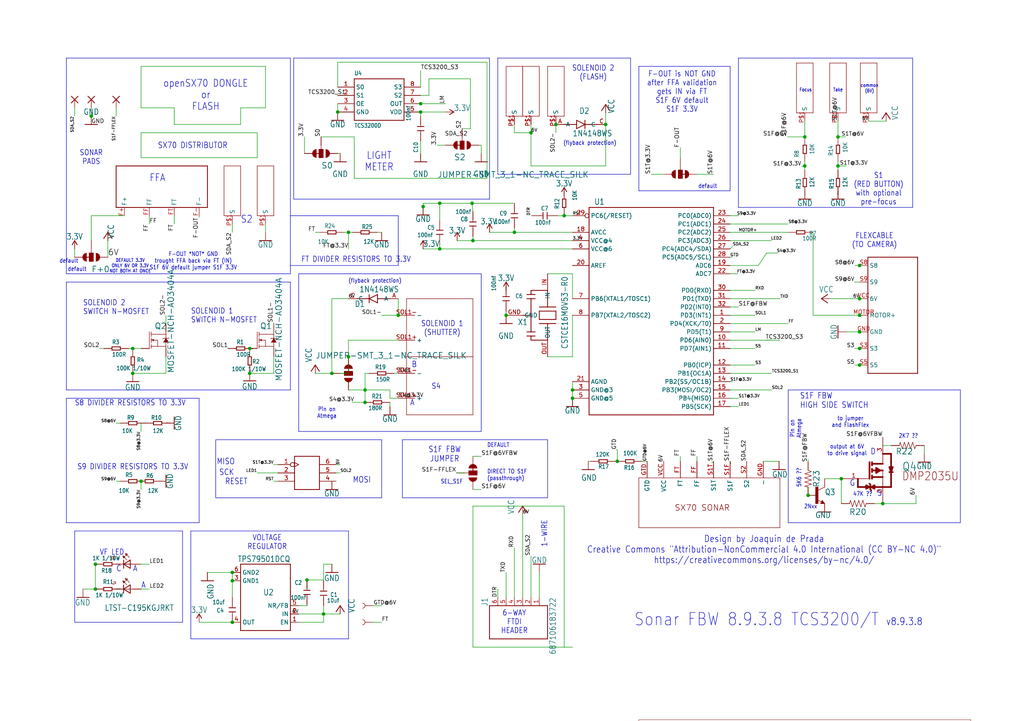
<source format=kicad_sch>
(kicad_sch (version 20230121) (generator eeschema)
  (paper "User" 313.512 220.726)
  (junction (at 256.54 41.91))
  (junction (at 128.778 31.75))
  (junction (at 263.144 96.52))
  (junction (at 263.144 81.28))
  (junction (at 144.526 62.23))
  (junction (at 170.18 38.1))
  (junction (at 129.54 63.246))
  (junction (at 101.6 114.3))
  (junction (at 263.144 106.68))
  (junction (at 188.976 141.224))
  (junction (at 134.62 62.23))
  (junction (at 71.12 177.8))
  (junction (at 106.68 71.12))
  (junction (at 40.64 114.3))
  (junction (at 99.06 187.96))
  (junction (at 111.76 123.19))
  (junction (at 111.76 119.38))
  (junction (at 29.21 172.72))
  (junction (at 246.38 41.91))
  (junction (at 263.144 111.76))
  (junction (at 40.64 106.68))
  (junction (at 71.12 190.5))
  (junction (at 172.72 66.04))
  (junction (at 93.98 177.546))
  (junction (at 263.144 91.44))
  (junction (at 185.42 38.1))
  (junction (at 246.38 50.8))
  (junction (at 157.48 71.12))
  (junction (at 106.68 109.22))
  (junction (at 71.12 175.26))
  (junction (at 257.556 146.558))
  (junction (at 175.26 119.38))
  (junction (at 43.18 147.32))
  (junction (at 134.62 76.2))
  (junction (at 103.378 34.29))
  (junction (at 154.94 96.52))
  (junction (at 144.78 73.66))
  (junction (at 76.454 114.3))
  (junction (at 175.26 121.92))
  (junction (at 256.54 50.8))
  (junction (at 27.94 35.56))
  (junction (at 128.778 34.29))
  (junction (at 270.256 154.178))
  (junction (at 162.56 40.64))
  (junction (at 76.454 106.68))
  (junction (at 121.92 96.52))
  (junction (at 263.144 101.6))
  (junction (at 247.396 151.638))
  (junction (at 29.21 180.34))
  (wire (pts (xy 43.18 172.72) (xy 45.72 172.72)) (stroke (width 0.1524)))
  (wire (pts (xy 223.52 71.12) (xy 241.3 71.12)) (stroke (width 0.1524)))
  (wire (pts (xy 121.92 104.14) (xy 106.68 104.14)) (stroke (width 0.1524)))
  (wire (pts (xy 128.778 34.29) (xy 128.778 35.56)) (stroke (width 0.1524)))
  (wire (pts (xy 71.12 68.58) (xy 71.12 71.12)) (stroke (width 0.1524)))
  (wire (pts (xy 60.96 190.5) (xy 71.12 190.5)) (stroke (width 0.1524)))
  (wire (pts (xy 116.84 96.52) (xy 121.92 96.52)) (stroke (width 0.1524)))
  (polyline (pts (xy 106.68 195.58) (xy 58.42 195.58)) (stroke (width 0.1524) (type solid)))
  (wire (pts (xy 103.378 29.21) (xy 105.918 29.21)) (stroke (width 0.1524)))
  (wire (pts (xy 129.54 62.23) (xy 129.54 63.246)) (stroke (width 0.1524)))
  (polyline (pts (xy 88.9 86.36) (xy 88.9 119.38)) (stroke (width 0.1524) (type solid)))
  (wire (pts (xy 162.56 50.8) (xy 185.42 50.8)) (stroke (width 0.1524)))
  (wire (pts (xy 78.74 40.64) (xy 78.74 48.26)) (stroke (width 0.1524)))
  (wire (pts (xy 238.506 141.224) (xy 233.68 141.224)) (stroke (width 0.1524)))
  (wire (pts (xy 103.378 31.75) (xy 103.378 34.29)) (stroke (width 0.1524)))
  (wire (pts (xy 39.37 106.68) (xy 40.64 106.68)) (stroke (width 0.1524)))
  (wire (pts (xy 91.44 187.96) (xy 99.06 187.96)) (stroke (width 0.1524)))
  (wire (pts (xy 76.454 106.68) (xy 76.2 106.68)) (stroke (width 0.1524)))
  (wire (pts (xy 188.976 137.668) (xy 188.722 137.668)) (stroke (width 0.1524)))
  (polyline (pts (xy 123.19 134.62) (xy 123.19 152.4)) (stroke (width 0.1524) (type solid)))
  (polyline (pts (xy 149.86 17.78) (xy 89.916 17.78)) (stroke (width 0.1524) (type solid)))
  (wire (pts (xy 134.62 74.93) (xy 134.62 76.2)) (stroke (width 0.1524)))
  (wire (pts (xy 43.18 48.26) (xy 43.18 40.64)) (stroke (width 0.1524)))
  (polyline (pts (xy 89.916 17.78) (xy 89.916 60.96)) (stroke (width 0.1524) (type solid)))
  (wire (pts (xy 78.74 48.26) (xy 43.18 48.26)) (stroke (width 0.1524)))
  (wire (pts (xy 29.21 172.72) (xy 29.21 180.34)) (stroke (width 0.1524)))
  (wire (pts (xy 128.778 26.67) (xy 128.778 21.59)) (stroke (width 0.1524)))
  (wire (pts (xy 223.52 119.38) (xy 236.22 119.38)) (stroke (width 0.1524)))
  (wire (pts (xy 256.54 58.42) (xy 256.54 59.69)) (stroke (width 0.1524)))
  (wire (pts (xy 98.298 41.91) (xy 108.458 41.91)) (stroke (width 0.1524)))
  (polyline (pts (xy 167.64 134.62) (xy 123.19 134.62)) (stroke (width 0.1524) (type solid)))
  (wire (pts (xy 131.318 29.21) (xy 131.318 24.13)) (stroke (width 0.1524)))
  (wire (pts (xy 234.696 77.47) (xy 237.998 77.47)) (stroke (width 0.1524)))
  (wire (pts (xy 223.52 76.2) (xy 224.282 75.438)) (stroke (width 0.1524)))
  (wire (pts (xy 246.38 41.91) (xy 241.046 41.91)) (stroke (width 0.1524)))
  (wire (pts (xy 223.52 93.98) (xy 226.06 93.98)) (stroke (width 0.1524)))
  (wire (pts (xy 108.458 41.91) (xy 108.458 54.61)) (stroke (width 0.1524)))
  (wire (pts (xy 223.52 141.224) (xy 223.774 141.986)) (stroke (width 0.1524)))
  (wire (pts (xy 223.52 66.04) (xy 226.06 66.04)) (stroke (width 0.1524)))
  (wire (pts (xy 172.72 198.12) (xy 175.26 198.12)) (stroke (width 0.1524)))
  (wire (pts (xy 134.62 62.23) (xy 129.54 62.23)) (stroke (width 0.1524)))
  (wire (pts (xy 213.36 53.34) (xy 218.44 53.34)) (stroke (width 0.1524)))
  (wire (pts (xy 134.62 76.2) (xy 129.54 76.2)) (stroke (width 0.1524)))
  (polyline (pts (xy 58.42 195.58) (xy 58.42 162.56)) (stroke (width 0.1524) (type solid)))
  (wire (pts (xy 50.8 99.06) (xy 50.8 96.52)) (stroke (width 0.1524)))
  (wire (pts (xy 263.144 96.52) (xy 263.525 96.52)) (stroke (width 0.1524)))
  (polyline (pts (xy 279.4 63.5) (xy 279.4 17.78)) (stroke (width 0.1524) (type solid)))
  (wire (pts (xy 93.218 46.99) (xy 93.218 41.91)) (stroke (width 0.1524)))
  (polyline (pts (xy 106.68 162.56) (xy 106.68 195.58)) (stroke (width 0.1524) (type solid)))
  (wire (pts (xy 105.41 71.12) (xy 106.68 71.12)) (stroke (width 0.1524)))
  (polyline (pts (xy 121.92 81.28) (xy 88.9 81.28)) (stroke (width 0.1524) (type solid)))
  (wire (pts (xy 106.68 104.14) (xy 106.68 109.22)) (stroke (width 0.1524)))
  (polyline (pts (xy 152.4 17.78) (xy 193.04 17.78)) (stroke (width 0.1524) (type solid)))
  (wire (pts (xy 172.72 154.94) (xy 172.72 198.12)) (stroke (width 0.1524)))
  (wire (pts (xy 45.72 66.04) (xy 45.72 68.58)) (stroke (width 0.1524)))
  (wire (pts (xy 43.18 180.34) (xy 45.72 180.34)) (stroke (width 0.1524)))
  (polyline (pts (xy 149.86 60.96) (xy 149.86 17.78)) (stroke (width 0.1524) (type solid)))
  (wire (pts (xy 154.94 182.88) (xy 154.94 175.26)) (stroke (width 0.1524)))
  (wire (pts (xy 175.26 76.2) (xy 134.62 76.2)) (stroke (width 0.1524)))
  (wire (pts (xy 263.144 111.76) (xy 263.398 111.76)) (stroke (width 0.1524)))
  (wire (pts (xy 128.778 29.21) (xy 131.318 29.21)) (stroke (width 0.1524)))
  (wire (pts (xy 154.94 95.25) (xy 154.94 96.52)) (stroke (width 0.1524)))
  (wire (pts (xy 102.87 142.24) (xy 104.14 142.24)) (stroke (width 0.1524)))
  (wire (pts (xy 245.364 51.054) (xy 246.38 50.8)) (stroke (width 0.1524)))
  (wire (pts (xy 252.476 156.718) (xy 252.476 154.178)) (stroke (width 0.1524)))
  (polyline (pts (xy 22.86 162.56) (xy 22.86 190.5)) (stroke (width 0.1524) (type solid)))
  (wire (pts (xy 270.256 154.178) (xy 280.416 154.178)) (stroke (width 0.1524)))
  (wire (pts (xy 144.526 62.23) (xy 157.226 62.23)) (stroke (width 0.1524)))
  (polyline (pts (xy 294.005 160.02) (xy 241.3 160.02)) (stroke (width 0.1524) (type solid)))
  (wire (pts (xy 162.56 182.88) (xy 162.56 170.18)) (stroke (width 0.1524)))
  (wire (pts (xy 128.778 43.18) (xy 128.778 46.99)) (stroke (width 0.1524)))
  (wire (pts (xy 157.48 38.1) (xy 157.48 40.64)) (stroke (width 0.1524)))
  (wire (pts (xy 263.144 106.68) (xy 263.398 106.68)) (stroke (width 0.1524)))
  (wire (pts (xy 213.36 141.224) (xy 213.36 139.7)) (stroke (width 0.1524)))
  (wire (pts (xy 223.52 114.3) (xy 236.22 114.3)) (stroke (width 0.1524)))
  (polyline (pts (xy 195.58 58.42) (xy 195.58 20.32)) (stroke (width 0.1524) (type solid)))
  (wire (pts (xy 180.086 141.224) (xy 180.848 141.224)) (stroke (width 0.1524)))
  (wire (pts (xy 102.87 144.78) (xy 104.14 144.78)) (stroke (width 0.1524)))
  (wire (pts (xy 85.09 142.24) (xy 83.82 142.24)) (stroke (width 0.1524)))
  (wire (pts (xy 265.938 37.084) (xy 271.272 37.084)) (stroke (width 0.1524)))
  (wire (pts (xy 223.52 111.76) (xy 231.14 111.76)) (stroke (width 0.1524)))
  (wire (pts (xy 99.06 172.72) (xy 101.6 172.72)) (stroke (width 0.1524)))
  (wire (pts (xy 134.62 62.23) (xy 144.526 62.23)) (stroke (width 0.1524)))
  (polyline (pts (xy 20.32 160.02) (xy 20.32 121.92)) (stroke (width 0.1524) (type solid)))
  (wire (pts (xy 162.56 40.64) (xy 162.56 50.8)) (stroke (width 0.1524)))
  (wire (pts (xy 188.468 141.224) (xy 188.976 141.224)) (stroke (width 0.1524)))
  (wire (pts (xy 270.256 136.398) (xy 270.256 133.858)) (stroke (width 0.1524)))
  (wire (pts (xy 144.78 154.94) (xy 172.72 154.94)) (stroke (width 0.1524)))
  (wire (pts (xy 172.72 59.944) (xy 172.72 58.42)) (stroke (width 0.1524)))
  (wire (pts (xy 99.06 185.42) (xy 99.06 187.96)) (stroke (width 0.1524)))
  (wire (pts (xy 246.38 59.69) (xy 246.38 58.42)) (stroke (width 0.1524)))
  (wire (pts (xy 111.76 119.38) (xy 119.38 119.38)) (stroke (width 0.1524)))
  (wire (pts (xy 116.84 71.12) (xy 115.57 71.12)) (stroke (width 0.1524)))
  (wire (pts (xy 77.47 106.68) (xy 76.454 106.68)) (stroke (width 0.1524)))
  (wire (pts (xy 30.48 172.72) (xy 29.21 172.72)) (stroke (width 0.1524)))
  (wire (pts (xy 36.83 147.32) (xy 35.56 147.32)) (stroke (width 0.1524)))
  (polyline (pts (xy 147.32 132.08) (xy 91.44 132.08)) (stroke (width 0.1524) (type solid)))
  (wire (pts (xy 81.28 20.32) (xy 43.18 20.32)) (stroke (width 0.1524)))
  (wire (pts (xy 263.525 96.52) (xy 263.144 96.52)))
  (wire (pts (xy 43.18 129.54) (xy 43.18 132.08)) (stroke (width 0.1524)))
  (wire (pts (xy 223.52 121.92) (xy 226.06 121.92)) (stroke (width 0.1524)))
  (wire (pts (xy 223.52 78.74) (xy 224.028 78.74)) (stroke (width 0.1524)))
  (wire (pts (xy 261.62 81.28) (xy 263.144 81.28)) (stroke (width 0.1524)))
  (polyline (pts (xy 226.06 63.5) (xy 279.4 63.5)) (stroke (width 0.1524) (type solid)))
  (wire (pts (xy 218.44 141.224) (xy 217.932 141.732)) (stroke (width 0.1524)))
  (wire (pts (xy 208.28 141.224) (xy 208.28 139.7)) (stroke (width 0.1524)))
  (wire (pts (xy 152.4 182.88) (xy 152.4 180.34)) (stroke (width 0.1524)))
  (wire (pts (xy 128.778 34.29) (xy 136.398 34.29)) (stroke (width 0.1524)))
  (polyline (pts (xy 60.96 160.02) (xy 20.32 160.02)) (stroke (width 0.1524) (type solid)))
  (wire (pts (xy 52.07 129.54) (xy 50.8 129.54)) (stroke (width 0.1524)))
  (wire (pts (xy 106.68 71.12) (xy 106.68 76.2)) (stroke (width 0.1524)))
  (polyline (pts (xy 193.04 17.78) (xy 193.04 53.34)) (stroke (width 0.1524) (type solid)))
  (wire (pts (xy 111.76 114.3) (xy 111.76 119.38)) (stroke (width 0.1524)))
  (wire (pts (xy 223.52 68.58) (xy 241.3 68.58)) (stroke (width 0.1524)))
  (polyline (pts (xy 20.32 119.38) (xy 20.32 86.36)) (stroke (width 0.1524) (type solid)))
  (wire (pts (xy 144.018 39.37) (xy 141.478 39.37)) (stroke (width 0.1524)))
  (wire (pts (xy 99.06 190.5) (xy 99.06 187.96)) (stroke (width 0.1524)))
  (wire (pts (xy 146.558 44.45) (xy 147.32 44.45)) (stroke (width 0.1524)))
  (wire (pts (xy 167.64 109.22) (xy 175.26 109.22)) (stroke (width 0.1524)))
  (wire (pts (xy 246.38 41.91) (xy 246.38 37.084)) (stroke (width 0.1524)))
  (wire (pts (xy 263.144 81.28) (xy 263.398 81.28)) (stroke (width 0.1524)))
  (polyline (pts (xy 226.06 17.78) (xy 226.06 63.5)) (stroke (width 0.1524) (type solid)))
  (wire (pts (xy 167.64 83.82) (xy 175.26 83.82)) (stroke (width 0.1524)))
  (polyline (pts (xy 89.916 60.96) (xy 149.86 60.96)) (stroke (width 0.1524) (type solid)))
  (polyline (pts (xy 152.4 17.78) (xy 152.4 53.34)) (stroke (width 0.1524) (type solid)))
  (wire (pts (xy 40.64 106.68) (xy 43.18 106.68)) (stroke (width 0.1524)))
  (wire (pts (xy 144.78 73.66) (xy 175.26 73.66)) (stroke (width 0.1524)))
  (wire (pts (xy 254 91.44) (xy 263.144 91.44)) (stroke (width 0.1524)))
  (wire (pts (xy 272.796 136.398) (xy 270.256 136.398)) (stroke (width 0.1524)))
  (wire (pts (xy 261.62 106.68) (xy 263.144 106.68)) (stroke (width 0.1524)))
  (wire (pts (xy 149.098 19.05) (xy 149.098 54.61)) (stroke (width 0.1524)))
  (wire (pts (xy 91.44 190.5) (xy 99.06 190.5)) (stroke (width 0.1524)))
  (wire (pts (xy 144.78 72.39) (xy 144.78 73.66)) (stroke (width 0.1524)))
  (wire (pts (xy 257.556 146.558) (xy 257.556 154.178)) (stroke (width 0.1524)))
  (wire (pts (xy 35.56 33.02) (xy 35.56 35.56)) (stroke (width 0.1524)))
  (wire (pts (xy 175.26 71.12) (xy 157.48 71.12)) (stroke (width 0.1524)))
  (wire (pts (xy 106.68 119.38) (xy 111.76 119.38)) (stroke (width 0.1524)))
  (wire (pts (xy 144.018 24.13) (xy 144.018 39.37)) (stroke (width 0.1524)))
  (wire (pts (xy 175.26 83.82) (xy 175.26 91.44)) (stroke (width 0.1524)))
  (wire (pts (xy 256.54 41.91) (xy 258.826 41.91)) (stroke (width 0.1524)))
  (wire (pts (xy 43.18 147.32) (xy 43.18 149.86)) (stroke (width 0.1524)))
  (wire (pts (xy 27.94 33.02) (xy 27.94 35.56)) (stroke (width 0.1524)))
  (wire (pts (xy 99.06 172.72) (xy 99.06 177.8)) (stroke (width 0.1524)))
  (wire (pts (xy 139.954 73.66) (xy 144.78 73.66)) (stroke (width 0.1524)))
  (wire (pts (xy 128.778 46.99) (xy 128.778 49.53)) (stroke (width 0.1524)))
  (wire (pts (xy 101.6 114.3) (xy 106.68 114.3)) (stroke (width 0.1524)))
  (wire (pts (xy 223.52 73.66) (xy 236.22 73.66)) (stroke (width 0.1524)))
  (wire (pts (xy 103.378 19.05) (xy 149.098 19.05)) (stroke (width 0.1524)))
  (wire (pts (xy 60.96 66.04) (xy 60.96 66.548)) (stroke (width 0.1524)))
  (wire (pts (xy 27.94 66.04) (xy 38.1 66.04)) (stroke (width 0.1524)))
  (polyline (pts (xy 20.32 121.92) (xy 60.96 121.92)) (stroke (width 0.1524) (type solid)))
  (wire (pts (xy 263.144 101.6) (xy 263.398 101.6)) (stroke (width 0.1524)))
  (polyline (pts (xy 66.04 134.62) (xy 66.04 152.4)) (stroke (width 0.1524) (type solid)))
  (polyline (pts (xy 22.86 190.5) (xy 55.88 190.5)) (stroke (width 0.1524) (type solid)))
  (wire (pts (xy 53.34 33.02) (xy 53.34 38.1)) (stroke (width 0.1524)))
  (wire (pts (xy 157.48 182.88) (xy 157.48 167.64)) (stroke (width 0.1524)))
  (wire (pts (xy 247.396 151.638) (xy 247.396 149.098)) (stroke (width 0.1524)))
  (wire (pts (xy 22.86 33.02) (xy 22.86 35.56)) (stroke (width 0.1524)))
  (wire (pts (xy 33.02 73.66) (xy 33.02 78.74)) (stroke (width 0.1524)))
  (wire (pts (xy 73.66 38.1) (xy 73.66 33.02)) (stroke (width 0.1524)))
  (wire (pts (xy 162.56 40.64) (xy 162.56 38.1)) (stroke (width 0.1524)))
  (wire (pts (xy 252.476 146.558) (xy 257.556 146.558)) (stroke (width 0.1524)))
  (wire (pts (xy 223.52 81.28) (xy 232.156 81.28)) (stroke (width 0.1524)))
  (wire (pts (xy 71.12 177.8) (xy 71.12 175.26)) (stroke (width 0.1524)))
  (wire (pts (xy 119.38 121.92) (xy 121.92 121.92)) (stroke (width 0.1524)))
  (wire (pts (xy 106.68 71.12) (xy 107.95 71.12)) (stroke (width 0.1524)))
  (wire (pts (xy 43.18 20.32) (xy 43.18 33.02)) (stroke (width 0.1524)))
  (wire (pts (xy 263.144 91.44) (xy 263.398 91.44)) (stroke (width 0.1524)))
  (polyline (pts (xy 195.58 20.32) (xy 223.52 20.32)) (stroke (width 0.1524) (type solid)))
  (wire (pts (xy 172.72 66.04) (xy 175.26 66.04)) (stroke (width 0.1524)))
  (wire (pts (xy 241.3 99.06) (xy 223.52 99.06)) (stroke (width 0.1524)))
  (polyline (pts (xy 88.9 83.82) (xy 20.32 83.82)) (stroke (width 0.1524) (type solid)))
  (wire (pts (xy 256.54 50.8) (xy 259.08 50.8)) (stroke (width 0.1524)))
  (wire (pts (xy 223.52 106.68) (xy 231.14 106.68)) (stroke (width 0.1524)))
  (wire (pts (xy 29.21 180.34) (xy 25.4 180.34)) (stroke (width 0.1524)))
  (wire (pts (xy 139.7 144.78) (xy 142.24 144.78)) (stroke (width 0.1524)))
  (wire (pts (xy 280.416 154.178) (xy 280.416 151.638)) (stroke (width 0.1524)))
  (wire (pts (xy 175.26 119.38) (xy 175.26 121.92)) (stroke (width 0.1524)))
  (wire (pts (xy 81.28 71.12) (xy 81.28 68.58)) (stroke (width 0.1524)))
  (wire (pts (xy 165.1 175.26) (xy 165.1 182.88)) (stroke (width 0.1524)))
  (wire (pts (xy 43.18 147.32) (xy 41.91 147.32)) (stroke (width 0.1524)))
  (wire (pts (xy 223.52 96.52) (xy 231.14 96.52)) (stroke (width 0.1524)))
  (wire (pts (xy 27.94 35.56) (xy 27.94 38.1)) (stroke (width 0.1524)))
  (wire (pts (xy 223.52 124.46) (xy 226.06 124.46)) (stroke (width 0.1524)))
  (wire (pts (xy 83.82 99.06) (xy 83.82 98.806)) (stroke (width 0.1524)))
  (polyline (pts (xy 294.005 119.38) (xy 294.005 160.02)) (stroke (width 0.1524) (type solid)))
  (polyline (pts (xy 88.9 81.28) (xy 88.9 83.82)) (stroke (width 0.1524) (type solid)))
  (wire (pts (xy 111.76 123.19) (xy 111.76 119.38)) (stroke (width 0.1524)))
  (wire (pts (xy 121.92 96.52) (xy 121.92 91.44)) (stroke (width 0.1524)))
  (wire (pts (xy 99.06 187.96) (xy 104.14 187.96)) (stroke (width 0.1524)))
  (wire (pts (xy 101.6 91.44) (xy 101.6 114.3)) (stroke (width 0.1524)))
  (wire (pts (xy 48.26 147.32) (xy 49.53 147.32)) (stroke (width 0.1524)))
  (wire (pts (xy 248.92 96.52) (xy 263.144 96.52)) (stroke (width 0.1524)))
  (wire (pts (xy 144.78 198.12) (xy 144.78 154.94)) (stroke (width 0.1524)))
  (wire (pts (xy 256.54 37.084) (xy 256.54 41.91)) (stroke (width 0.1524)))
  (wire (pts (xy 172.72 198.12) (xy 144.78 198.12)) (stroke (width 0.1524)))
  (wire (pts (xy 83.82 114.3) (xy 83.82 109.22)) (stroke (width 0.1524)))
  (polyline (pts (xy 55.88 190.5) (xy 55.88 162.56)) (stroke (width 0.1524) (type solid)))
  (wire (pts (xy 91.44 185.42) (xy 93.98 185.42)) (stroke (width 0.1524)))
  (wire (pts (xy 44.45 147.32) (xy 43.18 147.32)) (stroke (width 0.1524)))
  (polyline (pts (xy 121.92 66.04) (xy 121.92 81.28)) (stroke (width 0.1524) (type solid)))
  (polyline (pts (xy 88.9 17.78) (xy 88.9 66.04)) (stroke (width 0.1524) (type solid)))
  (wire (pts (xy 246.38 50.8) (xy 246.38 52.07)) (stroke (width 0.1524)))
  (wire (pts (xy 128.778 31.75) (xy 136.398 31.75)) (stroke (width 0.1524)))
  (wire (pts (xy 282.956 136.398) (xy 282.956 138.938)) (stroke (width 0.1524)))
  (wire (pts (xy 43.18 40.64) (xy 78.74 40.64)) (stroke (width 0.1524)))
  (wire (pts (xy 27.94 73.66) (xy 27.94 66.04)) (stroke (width 0.1524)))
  (polyline (pts (xy 60.96 121.92) (xy 60.96 160.02)) (stroke (width 0.1524) (type solid)))
  (wire (pts (xy 203.2 141.224) (xy 203.2 141.478)) (stroke (width 0.1524)))
  (polyline (pts (xy 58.42 162.56) (xy 106.68 162.56)) (stroke (width 0.1524) (type solid)))
  (wire (pts (xy 63.5 175.26) (xy 71.12 175.26)) (stroke (width 0.1524)))
  (wire (pts (xy 223.52 116.84) (xy 224.282 116.84)) (stroke (width 0.1524)))
  (polyline (pts (xy 88.9 81.28) (xy 88.9 66.04)) (stroke (width 0.1524) (type solid)))
  (polyline (pts (xy 55.88 162.56) (xy 22.86 162.56)) (stroke (width 0.1524) (type solid)))
  (wire (pts (xy 228.6 141.732) (xy 228.6 141.224)) (stroke (width 0.1524)))
  (wire (pts (xy 36.83 129.54) (xy 35.56 129.54)) (stroke (width 0.1524)))
  (wire (pts (xy 85.09 144.78) (xy 78.74 144.78)) (stroke (width 0.1524)))
  (polyline (pts (xy 241.3 119.38) (xy 294.005 119.38)) (stroke (width 0.1524) (type solid)))
  (wire (pts (xy 120.65 114.3) (xy 121.92 114.3)) (stroke (width 0.1524)))
  (wire (pts (xy 144.78 139.7) (xy 147.32 139.7)) (stroke (width 0.1524)))
  (wire (pts (xy 223.52 104.14) (xy 238.76 104.14)) (stroke (width 0.1524)))
  (wire (pts (xy 73.66 33.02) (xy 81.28 33.02)) (stroke (width 0.1524)))
  (wire (pts (xy 22.86 76.2) (xy 22.86 78.74)) (stroke (width 0.1524)))
  (wire (pts (xy 50.8 114.3) (xy 50.8 109.22)) (stroke (width 0.1524)))
  (wire (pts (xy 261.62 86.36) (xy 263.144 86.36)) (stroke (width 0.1524)))
  (wire (pts (xy 157.48 69.85) (xy 157.48 71.12)) (stroke (width 0.1524)))
  (wire (pts (xy 185.42 50.8) (xy 185.42 38.1)) (stroke (width 0.1524)))
  (polyline (pts (xy 116.84 134.62) (xy 66.04 134.62)) (stroke (width 0.1524) (type solid)))
  (wire (pts (xy 126.238 31.75) (xy 128.778 31.75)) (stroke (width 0.1524)))
  (wire (pts (xy 76.454 114.3) (xy 83.82 114.3)) (stroke (width 0.1524)))
  (wire (pts (xy 170.688 66.04) (xy 172.72 66.04)) (stroke (width 0.1524)))
  (wire (pts (xy 188.976 141.224) (xy 188.976 137.668)) (stroke (width 0.1524)))
  (wire (pts (xy 147.32 44.45) (xy 147.32 46.99)) (stroke (width 0.1524)))
  (wire (pts (xy 114.3 185.42) (xy 116.84 185.42)) (stroke (width 0.1524)))
  (polyline (pts (xy 20.32 86.36) (xy 88.9 86.36)) (stroke (width 0.1524) (type solid)))
  (polyline (pts (xy 123.19 152.4) (xy 167.64 152.4)) (stroke (width 0.1524) (type solid)))
  (wire (pts (xy 31.75 106.68) (xy 30.48 106.68)) (stroke (width 0.1524)))
  (wire (pts (xy 163.068 66.04) (xy 162.56 66.04)) (stroke (width 0.1524)))
  (wire (pts (xy 119.38 123.19) (xy 119.38 124.46)) (stroke (width 0.1524)))
  (wire (pts (xy 114.3 190.5) (xy 116.84 190.5)) (stroke (width 0.1524)))
  (wire (pts (xy 261.62 111.76) (xy 263.144 111.76)) (stroke (width 0.1524)))
  (wire (pts (xy 223.52 91.44) (xy 238.76 91.44)) (stroke (width 0.1524)))
  (wire (pts (xy 43.18 129.54) (xy 44.45 129.54)) (stroke (width 0.1524)))
  (wire (pts (xy 208.28 48.26) (xy 208.28 45.212)) (stroke (width 0.1524)))
  (wire (pts (xy 160.02 157.48) (xy 160.02 182.88)) (stroke (width 0.1524)))
  (wire (pts (xy 106.68 109.22) (xy 106.68 114.3)) (stroke (width 0.1524)))
  (wire (pts (xy 267.716 154.178) (xy 270.256 154.178)) (stroke (width 0.1524)))
  (wire (pts (xy 35.56 180.34) (xy 36.83 180.34)) (stroke (width 0.1524)))
  (polyline (pts (xy 167.64 152.4) (xy 167.64 134.62)) (stroke (width 0.1524) (type solid)))
  (wire (pts (xy 154.94 88.9) (xy 154.94 87.63)) (stroke (width 0.1524)))
  (wire (pts (xy 36.83 172.72) (xy 35.56 172.72)) (stroke (width 0.1524)))
  (wire (pts (xy 223.52 83.82) (xy 225.806 83.82)) (stroke (width 0.1524)))
  (wire (pts (xy 93.98 185.42) (xy 93.98 185.166)) (stroke (width 0.1524)))
  (wire (pts (xy 93.98 177.546) (xy 99.06 177.546)) (stroke (width 0.1524)))
  (polyline (pts (xy 20.32 83.82) (xy 20.32 17.78)) (stroke (width 0.1524) (type solid)))
  (wire (pts (xy 119.38 119.38) (xy 119.38 121.92)) (stroke (width 0.1524)))
  (wire (pts (xy 129.54 63.246) (xy 129.54 66.04)) (stroke (width 0.1524)))
  (wire (pts (xy 223.52 101.6) (xy 231.14 101.6)) (stroke (width 0.1524)))
  (wire (pts (xy 93.98 177.546) (xy 93.98 180.34)) (stroke (width 0.1524)))
  (wire (pts (xy 113.03 114.3) (xy 111.76 114.3)) (stroke (width 0.1524)))
  (wire (pts (xy 101.6 114.3) (xy 96.52 114.3)) (stroke (width 0.1524)))
  (wire (pts (xy 81.28 33.02) (xy 81.28 20.32)) (stroke (width 0.1524)))
  (wire (pts (xy 102.87 147.32) (xy 101.6 147.32)) (stroke (width 0.1524)))
  (polyline (pts (xy 91.44 132.08) (xy 91.44 83.82)) (stroke (width 0.1524) (type solid)))
  (polyline (pts (xy 147.32 83.82) (xy 147.32 132.08)) (stroke (width 0.1524) (type solid)))
  (wire (pts (xy 157.48 71.12) (xy 149.86 71.12)) (stroke (width 0.1524)))
  (polyline (pts (xy 88.9 66.04) (xy 121.92 66.04)) (stroke (width 0.1524) (type solid)))
  (wire (pts (xy 247.396 141.478) (xy 247.396 140.716)) (stroke (width 0.1524)))
  (wire (pts (xy 175.26 116.84) (xy 175.26 119.38)) (stroke (width 0.1524)))
  (wire (pts (xy 203.2 53.34) (xy 199.39 53.34)) (stroke (width 0.1524)))
  (wire (pts (xy 185.42 34.544) (xy 185.42 38.1)) (stroke (width 0.1524)))
  (wire (pts (xy 259.08 101.6) (xy 263.144 101.6)) (stroke (width 0.1524)))
  (wire (pts (xy 69.85 106.68) (xy 69.596 106.68)) (stroke (width 0.1524)))
  (wire (pts (xy 196.596 141.224) (xy 198.12 141.224)) (stroke (width 0.1524)))
  (polyline (pts (xy 223.52 58.42) (xy 195.58 58.42)) (stroke (width 0.1524) (type solid)))
  (wire (pts (xy 106.68 91.44) (xy 101.6 91.44)) (stroke (width 0.1524)))
  (wire (pts (xy 246.38 49.53) (xy 246.38 50.8)) (stroke (width 0.1524)))
  (wire (pts (xy 144.78 149.86) (xy 147.32 149.86)) (stroke (width 0.1524)))
  (polyline (pts (xy 116.84 152.4) (xy 116.84 134.62)) (stroke (width 0.1524) (type solid)))
  (polyline (pts (xy 279.4 17.78) (xy 226.06 17.78)) (stroke (width 0.1524) (type solid)))
  (wire (pts (xy 71.12 182.88) (xy 71.12 177.8)) (stroke (width 0.1524)))
  (polyline (pts (xy 223.52 20.32) (xy 223.52 58.42)) (stroke (width 0.1524) (type solid)))
  (wire (pts (xy 256.54 50.8) (xy 256.54 52.07)) (stroke (width 0.1524)))
  (wire (pts (xy 85.09 147.32) (xy 83.82 147.32)) (stroke (width 0.1524)))
  (wire (pts (xy 157.48 40.64) (xy 162.56 40.64)) (stroke (width 0.1524)))
  (wire (pts (xy 131.318 24.13) (xy 144.018 24.13)) (stroke (width 0.1524)))
  (wire (pts (xy 40.64 114.3) (xy 50.8 114.3)) (stroke (width 0.1524)))
  (polyline (pts (xy 152.4 53.34) (xy 193.04 53.34)) (stroke (width 0.1524) (type solid)))
  (wire (pts (xy 149.098 54.61) (xy 108.458 54.61)) (stroke (width 0.1524)))
  (polyline (pts (xy 66.04 152.4) (xy 116.84 152.4)) (stroke (width 0.1524) (type solid)))
  (wire (pts (xy 256.54 49.53) (xy 256.54 50.8)) (stroke (width 0.1524)))
  (wire (pts (xy 53.34 66.04) (xy 53.34 68.58)) (stroke (width 0.1524)))
  (wire (pts (xy 134.62 62.23) (xy 134.62 67.31)) (stroke (width 0.1524)))
  (wire (pts (xy 234.315 104.14) (xy 236.22 104.14)))
  (wire (pts (xy 223.52 88.9) (xy 231.14 88.9)) (stroke (width 0.1524)))
  (wire (pts (xy 248.92 71.12) (xy 248.92 96.52)) (stroke (width 0.1524)))
  (wire (pts (xy 53.34 38.1) (xy 73.66 38.1)) (stroke (width 0.1524)))
  (wire (pts (xy 175.26 109.22) (xy 175.26 96.52)) (stroke (width 0.1524)))
  (wire (pts (xy 144.526 62.23) (xy 144.78 64.77)) (stroke (width 0.1524)))
  (wire (pts (xy 104.14 46.99) (xy 103.378 46.99)) (stroke (width 0.1524)))
  (wire (pts (xy 136.398 44.45) (xy 133.858 44.45)) (stroke (width 0.1524)))
  (wire (pts (xy 43.18 33.02) (xy 53.34 33.02)) (stroke (width 0.1524)))
  (wire (pts (xy 232.156 81.28) (xy 234.696 77.47)) (stroke (width 0.1524)))
  (polyline (pts (xy 241.3 160.02) (xy 241.3 119.38)) (stroke (width 0.1524) (type solid)))
  (polyline (pts (xy 91.44 83.82) (xy 147.32 83.82)) (stroke (width 0.1524) (type solid)))
  (wire (pts (xy 76.454 114.046) (xy 76.454 114.3)) (stroke (width 0.1524)))
  (wire (pts (xy 97.79 71.12) (xy 96.52 71.12)) (stroke (width 0.1524)))
  (wire (pts (xy 111.76 123.19) (xy 107.696 123.19)) (stroke (width 0.1524)))
  (polyline (pts (xy 20.32 17.78) (xy 88.9 17.78)) (stroke (width 0.1524) (type solid)))
  (wire (pts (xy 170.18 38.1) (xy 170.18 40.64)) (stroke (width 0.1524)))
  (wire (pts (xy 103.378 26.67) (xy 103.378 19.05)) (stroke (width 0.1524)))
  (polyline (pts (xy 88.9 119.38) (xy 20.32 119.38)) (stroke (width 0.1524) (type solid)))
  (text "FLEXCABLE\n(TO CAMERA)" (at 267.716 73.66 0) (effects (font (size 1.6764 1.4249))))
  (text "(flyback protection)" (at 180.594 43.942 0) (effects (font (size 1.27 1.0795))))
  (text "S1\n(RED BUTTON)\nwith optional\npre-focus" (at 268.986 57.912 0) (effects (font (size 1.6764 1.4249))))
  (text "SOLENOID 1\nSWITCH N-MOSFET" (at 58.42 99.06 0) (effects (font (size 1.6764 1.4249)) (justify left bottom)))
  (text "default" (at 21.082 80.01 0) (effects (font (size 1.27 1.0795))))
  (text "S2" (at 73.66 68.58 0) (effects (font (size 2.1844 1.8567)) (justify left bottom)))
  (text "B" (at 125.984 112.776 0) (effects (font (size 1.778 1.5113)) (justify left bottom)))
  (text "G" (at 260.096 149.098 0) (effects (font (size 1.778 1.5113)) (justify left bottom)))
  (text "v8.9.3.8" (at 276.86 190.5 0) (effects (font (size 2.1844 1.8567))))
  (text "SCK" (at 67.056 145.796 0) (effects (font (size 1.778 1.5113)) (justify left bottom)))
  (text "S4" (at 132.08 119.38 0) (effects (font (size 1.6764 1.4249)) (justify left bottom)))
  (text "DEFAULT" (at 149.098 137.16 0) (effects (font (size 1.27 1.0795)) (justify left bottom)))
  (text "Pin on\nAtmega" (at 100.076 126.492 0) (effects (font (size 1.27 1.0795))))
  (text "1-WIRE" (at 167.64 167.64 90) (effects (font (size 1.6764 1.4249)) (justify left bottom)))
  (text "openSX70 DONGLE\nor\nFLASH" (at 62.992 29.21 0) (effects (font (size 2.1844 1.8567))))
  (text "output at 6V\nto drive signal" (at 259.334 137.922 0) (effects (font (size 1.27 1.0795))))
  (text "S9 DIVIDER RESISTORS TO 3.3V" (at 23.622 144.018 0) (effects (font (size 1.6764 1.4249)) (justify left bottom)))
  (text "VF LED" (at 30.48 170.18 0) (effects (font (size 1.6764 1.4249)) (justify left bottom)))
  (text "FT DIVIDER RESISTORS TO 3.3V" (at 92.202 80.518 0) (effects (font (size 1.6764 1.4249)) (justify left bottom)))
  (text "S8 DIVIDER RESISTORS TO 3.3V" (at 22.86 124.46 0) (effects (font (size 1.6764 1.4249)) (justify left bottom)))
  (text "2Nxx" (at 246.126 155.956 0) (effects (font (size 1.27 1.0795)) (justify left bottom)))
  (text "(flyback protection)" (at 114.808 86.106 0) (effects (font (size 1.27 1.0795))))
  (text "47K ??" (at 261.112 152.146 0) (effects (font (size 1.27 1.0795)) (justify left bottom)))
  (text "SOLENOID 1\n(SHUTTER)" (at 135.382 100.584 0) (effects (font (size 1.6764 1.4249))))
  (text "F-OUT is NOT GND\nafter FFA validation\ngets IN via FT\nS1F 6V default\nS1F 3.3V" (at 208.788 28.194 0) (effects (font (size 1.6764 1.4249))))
  (text "F-OUT *NOT* GND\ntrought FFA back via FT (IN)\nS1F 6V default jumper S1F 3.3V" (at 59.182 80.01 0) (effects (font (size 1.27 1.0795))))
  (text "Focus" (at 246.634 27.686 0) (effects (font (size 1.016 0.8636))))
  (text "5K6 ??" (at 245.364 149.352 90) (effects (font (size 1.27 1.0795)) (justify left bottom)))
  (text "LIGHT\nMETER" (at 116.078 49.53 0) (effects (font (size 2.1844 1.8567))))
  (text "Take" (at 256.54 27.686 0) (effects (font (size 1.016 0.8636))))
  (text "DIRECT TO S1F\n(passthrough)" (at 149.098 147.32 0) (effects (font (size 1.27 1.0795)) (justify left bottom)))
  (text "MISO" (at 66.294 142.494 0) (effects (font (size 1.778 1.5113)) (justify left bottom)))
  (text "default" (at 216.662 57.15 0) (effects (font (size 1.27 1.0795))))
  (text "S" (at 268.478 152.146 0) (effects (font (size 1.778 1.5113)) (justify left bottom)))
  (text "A" (at 43.18 180.34 0) (effects (font (size 1.778 1.5113)) (justify left bottom)))
  (text "SEL_S1F" (at 134.874 148.336 0) (effects (font (size 1.27 1.0795)) (justify left bottom)))
  (text "SX70 DISTRIBUTOR" (at 48.26 45.72 0) (effects (font (size 1.778 1.5113)) (justify left bottom)))
  (text "default" (at 23.622 82.55 0) (effects (font (size 1.27 1.0795))))
  (text "Pin on\nAtmega" (at 243.586 131.318 90) (effects (font (size 1.27 1.0795))))
  (text "SOLENOID 2\nSWITCH N-MOSFET" (at 25.4 96.52 0) (effects (font (size 1.6764 1.4249)) (justify left bottom)))
  (text "D" (at 266.446 139.446 0) (effects (font (size 1.778 1.5113)) (justify left bottom)))
  (text "RESET" (at 68.834 148.59 0) (effects (font (size 1.778 1.5113)) (justify left bottom)))
  (text "S1F FBW\nJUMPER" (at 136.144 139.192 0) (effects (font (size 1.778 1.5113))))
  (text "C" (at 35.56 175.26 0) (effects (font (size 1.778 1.5113)) (justify left bottom)))
  (text "6-WAY\nFTDI\nHEADER" (at 157.48 190.5 0) (effects (font (size 1.6764 1.4249))))
  (text "common\n(6V)" (at 266.192 27.178 0) (effects (font (size 1.016 0.8636))))
  (text "MOSI" (at 107.95 148.082 0) (effects (font (size 1.778 1.5113)) (justify left bottom)))
  (text "VOLTAGE\nREGULATOR" (at 81.788 166.116 0) (effects (font (size 1.6764 1.4249))))
  (text "2K7 ??" (at 275.082 134.366 0) (effects (font (size 1.27 1.0795)) (justify left bottom)))
  (text "A" (at 40.64 175.26 0) (effects (font (size 1.778 1.5113)) (justify left bottom)))
  (text "SONAR\nPADS" (at 27.94 48.26 0) (effects (font (size 1.6764 1.4249))))
  (text "A" (at 125.476 124.46 0) (effects (font (size 1.778 1.5113)) (justify left bottom)))
  (text "Sonar FBW 8.9.3.8 TCS3200/T" (at 194.056 192.024 0) (effects (font (size 3.81 3.2385)) (justify left bottom)))
  (text "Design by Joaquín de Prada\nCreative Commons \"Attribution-NonCommercial 4.0 International (CC BY-NC 4.0)\"\nhttps://creativecommons.org/licenses/by-nc/4.0/" (at 233.934 168.402 0) (effects (font (size 2.0066 1.7056))))
  (text "SOLENOID 2\n(FLASH)" (at 181.61 22.352 0) (effects (font (size 1.6764 1.4249))))
  (text "DEFAULT 3.3V\nONLY 6V OR 3.3V\nNOT BOTH AT ONCE" (at 39.878 81.534 0) (effects (font (size 1.016 0.8636))))
  (text "FFA" (at 45.72 55.88 0) (effects (font (size 2.1844 1.8567)) (justify left bottom)))
  (text "to jumper\nand FlashFlex" (at 260.35 129.286 0) (effects (font (size 1.27 1.0795))))
  (text "S1F FBW\nHIGH SIDE SWITCH" (at 244.856 125.222 0) (effects (font (size 1.778 1.5113)) (justify left bottom)))
  (label "S1T@6V" (at 218.44 141.224 90) (effects (font (size 1.1735 1.1735))))
  (label "SOL2" (at 236.22 119.38 0) (effects (font (size 0.889 0.889))))
  (label "DTR" (at 152.4 182.88 90) (effects (font (size 1.1735 1.1735))))
  (label "S1F@3.3V" (at 245.364 51.054 180) (effects (font (size 1.1735 1.1735))))
  (label "LED2" (at 235.966 73.66 0) (effects (font (size 0.889 0.889))))
  (label "S1T@3.3V" (at 257.048 50.8 0) (effects (font (size 1.1735 1.1735))))
  (label "S1T@3.3V" (at 226.06 121.92 0) (effects (font (size 0.889 0.889))))
  (label "S1F@6VFBW" (at 270.256 133.858 180) (effects (font (size 1.2446 1.2446))))
  (label "6V" (at 280.416 151.638 90) (effects (font (size 1.2446 1.2446))))
  (label "SOL2-" (at 50.8 96.52 90) (effects (font (size 1.2446 1.2446))))
  (label "SOL1" (at 69.85 106.68 180) (effects (font (size 1.2446 1.2446))))
  (label "FF" (at 213.36 139.7 90) (effects (font (size 1.2446 1.2446))))
  (label "S1F@6V" (at 147.32 149.86 0) (effects (font (size 1.2446 1.2446))))
  (label "TCS3200_S3" (at 128.778 21.59 0) (effects (font (size 1.2446 1.2446))))
  (label "S4B" (at 121.92 114.3 0) (effects (font (size 1.1735 1.1735))))
  (label "GND" (at 27.94 38.1 0) (effects (font (size 1.2446 1.2446))))
  (label "S1F@6VFBW" (at 147.32 139.7 0) (effects (font (size 1.2446 1.2446))))
  (label "SOL1-" (at 83.82 98.806 90) (effects (font (size 1.2446 1.2446))))
  (label "S9@6V" (at 35.56 147.32 180) (effects (font (size 0.889 0.889))))
  (label "FF" (at 241.3 99.06 0) (effects (font (size 0.889 0.889))))
  (label "S1F@6V" (at 241.046 41.91 90) (effects (font (size 1.2446 1.2446))))
  (label "SDA_S2" (at 162.56 170.18 90) (effects (font (size 1.1735 1.1735))))
  (label "RST" (at 83.82 147.32 180) (effects (font (size 0.889 0.889))))
  (label "FT" (at 208.28 139.7 90) (effects (font (size 1.2446 1.2446))))
  (label "SDA_S2" (at 224.282 75.438 0) (effects (font (size 0.889 0.889))))
  (label "S1F-FFLEX" (at 35.56 35.56 270) (effects (font (size 0.889 0.889))))
  (label "GTD@6V" (at 114.3 185.42 0) (effects (font (size 1.1735 1.1735))))
  (label "S1T@3.3V" (at 199.39 53.34 90) (effects (font (size 1.2446 1.2446))))
  (label "S1F@3.3V" (at 223.52 116.84 0) (effects (font (size 0.889 0.889))))
  (label "SDA_S2" (at 71.12 71.12 270) (effects (font (size 1.2446 1.2446))))
  (label "6V" (at 162.56 40.64 0) (effects (font (size 1.016 1.016))))
  (label "S2" (at 141.478 39.37 90) (effects (font (size 1.2446 1.2446))))
  (label "S1F@FBW" (at 247.396 141.478 90) (effects (font (size 1.2446 1.2446))))
  (label "S1T@6V" (at 257.556 41.91 0) (effects (font (size 1.1735 1.1735))))
  (label "F-OUT" (at 208.28 45.212 90) (effects (font (size 1.2446 1.2446))))
  (label "SOL2-" (at 170.18 40.64 270) (effects (font (size 1.1735 1.1735))))
  (label "S1F-FFLEX" (at 139.7 144.78 180) (effects (font (size 1.2446 1.2446))))
  (label "S9@3.3V" (at 43.18 149.86 270) (effects (font (size 0.889 0.889))))
  (label "SOL1" (at 231.14 96.52 0) (effects (font (size 0.889 0.889))))
  (label "S5" (at 261.62 111.76 180) (effects (font (size 1.1735 1.1735))))
  (label "SOL2" (at 104.14 144.78 0) (effects (font (size 0.889 0.889))))
  (label "S9@6V" (at 261.62 86.36 180) (effects (font (size 1.1735 1.1735))))
  (label "FF" (at 45.72 68.58 0) (effects (font (size 1.2446 1.2446))))
  (label "6V" (at 263.144 91.44 180) (effects (font (size 1.016 1.016))))
  (label "SDA_S2" (at 136.144 41.91 0) (effects (font (size 1.2446 1.2446))))
  (label "S8@6V" (at 35.56 129.54 180) (effects (font (size 0.889 0.889))))
  (label "S1T@6V" (at 256.54 37.084 90) (effects (font (size 1.2446 1.2446))))
  (label "FT@3.3V" (at 106.68 76.2 180) (effects (font (size 1.2446 1.2446))))
  (label "LED1" (at 45.72 172.72 0) (effects (font (size 1.1735 1.1735))))
  (label "SDA_S2" (at 22.86 35.56 270) (effects (font (size 0.889 0.889))))
  (label "SOL1-" (at 116.84 96.52 180) (effects (font (size 1.1735 1.1735))))
  (label "TXD" (at 238.76 91.44 0) (effects (font (size 0.889 0.889))))
  (label "S5" (at 231.14 106.68 0) (effects (font (size 0.889 0.889))))
  (label "FT" (at 116.84 190.5 0) (effects (font (size 1.1735 1.1735))))
  (label "S1T@6V" (at 218.44 53.34 90) (effects (font (size 1.2446 1.2446))))
  (label "RXD" (at 231.14 88.9 0) (effects (font (size 0.889 0.889))))
  (label "S1F@6V" (at 241.046 41.91 180) (effects (font (size 1.2446 1.2446))))
  (label "S8@6V" (at 261.62 81.28 180) (effects (font (size 1.1735 1.1735))))
  (label "RST" (at 175.26 66.04 0) (effects (font (size 0.889 0.889))))
  (label "6V" (at 203.2 141.478 90) (effects (font (size 1.1735 1.1735))))
  (label "6V" (at 265.938 37.084 180) (effects (font (size 1.016 1.016))))
  (label "S3" (at 261.62 106.68 180) (effects (font (size 1.1735 1.1735))))
  (label "FT" (at 53.34 68.58 270) (effects (font (size 1.2446 1.2446))))
  (label "6V" (at 91.44 187.96 180) (effects (font (size 1.016 1.016))))
  (label "GTD" (at 188.976 137.668 90) (effects (font (size 1.1735 1.1735))))
  (label "FT" (at 96.52 71.12 180) (effects (font (size 1.2446 1.2446))))
  (label "S4@3.3V" (at 237.744 77.47 0) (effects (font (size 0.889 0.889))))
  (label "RXD" (at 157.48 167.64 90) (effects (font (size 1.1735 1.1735))))
  (label "3.3V" (at 175.26 73.66 0) (effects (font (size 0.889 0.889))))
  (label "LED1" (at 78.74 144.78 180) (effects (font (size 0.889 0.889))))
  (label "6V" (at 106.68 91.44 0) (effects (font (size 1.016 1.016))))
  (label "MOTOR+" (at 226.06 71.12 0) (effects (font (size 0.889 0.889))))
  (label "6V" (at 160.02 157.48 0) (effects (font (size 1.016 1.016))))
  (label "6V" (at 33.02 78.74 0) (effects (font (size 1.778 1.778))))
  (label "TCS3200_S3" (at 234.315 104.14 0) (effects (font (size 1.2446 1.2446))))
  (label "S9@3.3V" (at 225.552 66.04 0) (effects (font (size 0.889 0.889))))
  (label "FF" (at 45.72 68.58 270) (effects (font (size 1.2446 1.2446))))
  (label "DTR" (at 162.56 66.04 90) (effects (font (size 0.889 0.889))))
  (label "6V" (at 104.14 142.24 90) (effects (font (size 0.889 0.889))))
  (label "TXD" (at 154.94 175.26 90) (effects (font (size 1.1735 1.1735))))
  (label "S1F-FFLEX" (at 223.52 141.224 90) (effects (font (size 1.2446 1.2446))))
  (label "LM" (at 136.398 31.75 90) (effects (font (size 1.2446 1.2446))))
  (label "LM" (at 231.14 101.6 0) (effects (font (size 0.889 0.889))))
  (label "F-OUT" (at 60.96 66.548 270) (effects (font (size 1.2446 1.2446))))
  (label "S0" (at 98.298 41.91 90) (effects (font (size 1.2446 1.2446))))
  (label "SOL2" (at 30.48 106.68 180) (effects (font (size 1.2446 1.2446))))
  (label "S1T@3.3V" (at 83.82 142.24 180) (effects (font (size 0.889 0.889))))
  (label "TCS3200_S1" (at 105.918 29.21 180) (effects (font (size 1.2446 1.2446))))
  (label "TCS3200_S1" (at 236.22 114.3 0) (effects (font (size 0.889 0.889))))
  (label "GTD@6V" (at 198.12 141.224 90) (effects (font (size 0.889 0.889))))
  (label "3.3V" (at 93.218 41.91 90) (effects (font (size 1.2446 1.2446))))
  (label "S4@3.3V" (at 121.92 121.92 0) (effects (font (size 1.1735 1.1735))))
  (label "S8@3.3V" (at 43.18 132.08 270) (effects (font (size 0.889 0.889))))
  (label "LED1" (at 226.06 124.46 0) (effects (font (size 0.889 0.889))))
  (label "S3" (at 231.14 111.76 0) (effects (font (size 0.889 0.889))))
  (label "S8@3.3V" (at 241.3 68.58 0) (effects (font (size 0.889 0.889))))
  (label "S1F@FBW" (at 226.06 93.98 0) (effects (font (size 1.2446 1.2446))))
  (label "GTD" (at 223.52 78.74 0) (effects (font (size 0.889 0.889))))
  (label "SDA_S2" (at 228.6 141.224 90) (effects (font (size 1.1735 1.1735))))
  (label "3.3V" (at 133.858 44.45 90) (effects (font (size 1.2446 1.2446))))
  (label "LED2" (at 45.72 180.34 0) (effects (font (size 1.1735 1.1735))))
  (label "S4@3.3V" (at 108.458 123.19 180) (effects (font (size 1.1735 1.1735))))
  (label "FT@3.3V" (at 225.552 83.82 0) (effects (font (size 0.889 0.889))))
  (symbol (lib_id "openSX70_SONAR-FBW_8-9-3-8-S4-TCS3200-NO-THERMAL-20200509-eagle-import:CERAMIC-100NF-50V-10%-X7R(0603)") (at 93.98 181.356 270) (unit 1)
    (property "Reference" "C2" (at 90.17 179.07 90) (effects (font (size 1.27 1.0795)) (justify left bottom)))
    (property "Value" "100nf" (at 88.9 183.642 90) (effects (font (size 1.27 1.0795)) (justify left bottom)))
    (property "Footprint" "openSX70_SONAR-FBW_8-9-3-8-S4-TCS3200-NO-THERMAL-20200509:C0603" (effects hide))
  )
  (symbol (lib_id "openSX70_SONAR-FBW_8-9-3-8-S4-TCS3200-NO-THERMAL-20200509-eagle-import:SX70-S-PAD-NEW") (at 81.28 60.96 270) (unit 1)
    (property "Reference" "S2-0" (effects hide))
    (property "Value" "SX70-S-PAD-NEW" (effects hide))
    (property "Footprint" "openSX70_SONAR-FBW_8-9-3-8-S4-TCS3200-NO-THERMAL-20200509:SX70-S-PAD2" (effects hide))
  )
  (symbol (lib_id "openSX70_SONAR-FBW_8-9-3-8-S4-TCS3200-NO-THERMAL-20200509-eagle-import:GND") (at 256.54 60.96 0) (unit 1)
    (property "Reference" "#GND023" (effects hide))
    (property "Value" "GND" (at 256.54 61.214 0) (effects (font (size 1.778 1.5113)) (justify top)))
  )
  (symbol (lib_id "openSX70_SONAR-FBW_8-9-3-8-S4-TCS3200-NO-THERMAL-20200509-eagle-import:TCS3200D") (at 113.538 31.75 0) (unit 1)
    (property "Reference" "U4" (at 108.4569 23.1122 0) (effects (font (size 1.2702 1.0796)) (justify left bottom)))
    (property "Value" "TCS3200D" (at 108.4539 39.1219 0) (effects (font (size 1.271 1.0803)) (justify left bottom)))
    (property "Footprint" "openSX70_SONAR-FBW_8-9-3-8-S4-TCS3200-NO-THERMAL-20200509:SOIC8" (effects hide))
  )
  (symbol (lib_id "openSX70_SONAR-FBW_8-9-3-8-S4-TCS3200-NO-THERMAL-20200509-eagle-import:SMD-RES-10K-1%-1/10W(0603)") (at 172.72 62.23 90) (unit 1)
    (property "Reference" "R12" (at 171.2214 64.008 0) (effects (font (size 1.27 1.0795)) (justify left bottom)))
    (property "Value" "10K" (at 175.26 58.166 0) (effects (font (size 1.27 1.0795)) (justify right top)))
    (property "Footprint" "openSX70_SONAR-FBW_8-9-3-8-S4-TCS3200-NO-THERMAL-20200509:R0603" (effects hide))
  )
  (symbol (lib_id "openSX70_SONAR-FBW_8-9-3-8-S4-TCS3200-NO-THERMAL-20200509-eagle-import:SMD-RES-1K-5%-1/10W(0603)") (at 33.02 180.34 0) (unit 1)
    (property "Reference" "R11" (at 31.496 178.816 0) (effects (font (size 1.27 1.0795)) (justify left bottom)))
    (property "Value" "1K 1/10W" (at 29.21 182.88 0) (effects (font (size 1.27 1.0795)) (justify left bottom)))
    (property "Footprint" "openSX70_SONAR-FBW_8-9-3-8-S4-TCS3200-NO-THERMAL-20200509:R0603" (effects hide))
  )
  (symbol (lib_id "openSX70_SONAR-FBW_8-9-3-8-S4-TCS3200-NO-THERMAL-20200509-eagle-import:3.3V") (at 149.86 71.12 0) (unit 1)
    (property "Reference" "#SUPPLY08" (effects hide))
    (property "Value" "3.3V" (at 149.606 66.802 0) (effects (font (size 1.778 1.5113)) (justify top)))
  )
  (symbol (lib_id "openSX70_SONAR-FBW_8-9-3-8-S4-TCS3200-NO-THERMAL-20200509-eagle-import:GND") (at 119.38 127 0) (unit 1)
    (property "Reference" "#GND026" (effects hide))
    (property "Value" "GND" (at 119.38 127.254 0) (effects (font (size 1.778 1.5113)) (justify top)))
  )
  (symbol (lib_id "openSX70_SONAR-FBW_8-9-3-8-S4-TCS3200-NO-THERMAL-20200509-eagle-import:JUMPER-SMT_3_1-NC_TRACE_SILK") (at 144.78 144.78 0) (mirror x) (unit 1)
    (property "Reference" "SEL_S1F0" (effects hide))
    (property "Value" "JUMPER-SMT_3_1-NC_TRACE_SILK" (effects hide))
    (property "Footprint" "openSX70_SONAR-FBW_8-9-3-8-S4-TCS3200-NO-THERMAL-20200509:SMT-JUMPER_3_1-NC_TRACE_SILK" (effects hide))
  )
  (symbol (lib_id "openSX70_SONAR-FBW_8-9-3-8-S4-TCS3200-NO-THERMAL-20200509-eagle-import:DINA4_L") (at 195.58 255.905 0) (unit 2)
    (property "Reference" "#FRAME1" (effects hide))
    (property "Value" "openSX70 main board" (effects hide))
  )
  (symbol (lib_id "openSX70_SONAR-FBW_8-9-3-8-S4-TCS3200-NO-THERMAL-20200509-eagle-import:CERAMIC-100NF-50V-10%-X7R(0603)") (at 157.48 66.04 90) (unit 1)
    (property "Reference" "C9" (at 155.194 64.643 90) (effects (font (size 1.27 1.0795)) (justify left bottom)))
    (property "Value" "100nf" (at 156.21 67.183 90) (effects (font (size 1.27 1.0795)) (justify left bottom)))
    (property "Footprint" "openSX70_SONAR-FBW_8-9-3-8-S4-TCS3200-NO-THERMAL-20200509:C0603" (effects hide))
  )
  (symbol (lib_id "openSX70_SONAR-FBW_8-9-3-8-S4-TCS3200-NO-THERMAL-20200509-eagle-import:SMD-RES-10K-1%-1/10W(0603)") (at 115.57 123.19 180) (unit 1)
    (property "Reference" "R21" (at 117.094 120.6246 0) (effects (font (size 1.27 1.0795)) (justify left bottom)))
    (property "Value" "180R" (at 117.094 124.206 0) (effects (font (size 1.27 1.0795)) (justify left bottom)))
    (property "Footprint" "openSX70_SONAR-FBW_8-9-3-8-S4-TCS3200-NO-THERMAL-20200509:R0603" (effects hide))
  )
  (symbol (lib_id "openSX70_SONAR-FBW_8-9-3-8-S4-TCS3200-NO-THERMAL-20200509-eagle-import:CERAMIC-100NF-50V-10%-X7R(0603)") (at 134.62 71.12 90) (unit 1)
    (property "Reference" "C5" (at 133.096 68.961 90) (effects (font (size 1.27 1.0795)) (justify left bottom)))
    (property "Value" "100nf" (at 132.588 71.247 90) (effects (font (size 1.27 1.0795)) (justify left bottom)))
    (property "Footprint" "openSX70_SONAR-FBW_8-9-3-8-S4-TCS3200-NO-THERMAL-20200509:C0603" (effects hide))
  )
  (symbol (lib_id "openSX70_SONAR-FBW_8-9-3-8-S4-TCS3200-NO-THERMAL-20200509-eagle-import:1N4148WS") (at 177.8 38.1 0) (unit 1)
    (property "Reference" "D2" (at 177.292 34.925 0) (effects (font (size 1.778 1.5113)) (justify left bottom)))
    (property "Value" "1N4148WS" (at 175.26 41.783 0) (effects (font (size 1.778 1.5113)) (justify left bottom)))
    (property "Footprint" "openSX70_SONAR-FBW_8-9-3-8-S4-TCS3200-NO-THERMAL-20200509:SODFL2512X100N" (effects hide))
  )
  (symbol (lib_id "openSX70_SONAR-FBW_8-9-3-8-S4-TCS3200-NO-THERMAL-20200509-eagle-import:SMD-RES-10K-1%-1/10W(0603)") (at 256.54 45.72 90) (unit 1)
    (property "Reference" "R14" (at 255.0414 47.752 0) (effects (font (size 1.27 1.0795)) (justify left bottom)))
    (property "Value" "10K" (at 258.064 43.434 0) (effects (font (size 1.27 1.0795)) (justify right top)))
    (property "Footprint" "openSX70_SONAR-FBW_8-9-3-8-S4-TCS3200-NO-THERMAL-20200509:R0603" (effects hide))
  )
  (symbol (lib_id "openSX70_SONAR-FBW_8-9-3-8-S4-TCS3200-NO-THERMAL-20200509-eagle-import:SMD-RES-15K-1%-1/10W(0603)") (at 40.64 129.54 0) (unit 1)
    (property "Reference" "R9" (at 38.862 128.5494 0) (effects (font (size 1.27 1.0795)) (justify left bottom)))
    (property "Value" "10K" (at 37.338 132.588 0) (effects (font (size 1.27 1.0795)) (justify left bottom)))
    (property "Footprint" "openSX70_SONAR-FBW_8-9-3-8-S4-TCS3200-NO-THERMAL-20200509:R0603" (effects hide))
  )
  (symbol (lib_id "openSX70_SONAR-FBW_8-9-3-8-S4-TCS3200-NO-THERMAL-20200509-eagle-import:ICSP") (at 93.98 144.78 0) (unit 1)
    (property "Reference" "ICSP0" (effects hide))
    (property "Value" "ICSP" (effects hide))
    (property "Footprint" "openSX70_SONAR-FBW_8-9-3-8-S4-TCS3200-NO-THERMAL-20200509:H2X3-2.54" (effects hide))
  )
  (symbol (lib_id "openSX70_SONAR-FBW_8-9-3-8-S4-TCS3200-NO-THERMAL-20200509-eagle-import:3.3V") (at 60.96 190.5 0) (unit 1)
    (property "Reference" "#SUPPLY04" (effects hide))
    (property "Value" "3.3V" (at 60.96 187.706 0) (effects (font (size 1.778 1.5113)) (justify bottom)))
  )
  (symbol (lib_id "openSX70_SONAR-FBW_8-9-3-8-S4-TCS3200-NO-THERMAL-20200509-eagle-import:VCC") (at 271.272 34.544 0) (unit 1)
    (property "Reference" "#P+02" (effects hide))
    (property "Value" "VCC" (at 273.05 32.258 90) (effects (font (size 1.778 1.5113)) (justify right top)))
  )
  (symbol (lib_id "openSX70_SONAR-FBW_8-9-3-8-S4-TCS3200-NO-THERMAL-20200509-eagle-import:SMD-RES-15K-1%-1/10W(0603)") (at 101.6 71.12 0) (unit 1)
    (property "Reference" "R24" (at 99.314 69.8754 0) (effects (font (size 1.27 1.0795)) (justify left bottom)))
    (property "Value" "10K" (at 97.282 74.676 0) (effects (font (size 1.27 1.0795)) (justify left bottom)))
    (property "Footprint" "openSX70_SONAR-FBW_8-9-3-8-S4-TCS3200-NO-THERMAL-20200509:R0603" (effects hide))
  )
  (symbol (lib_id "openSX70_SONAR-FBW_8-9-3-8-S4-TCS3200-NO-THERMAL-20200509-eagle-import:SMD-RES-10K-1%-1/10W(0603)") (at 45.72 147.32 0) (unit 1)
    (property "Reference" "R6" (at 44.704 146.3294 0) (effects (font (size 1.27 1.0795)) (justify left bottom)))
    (property "Value" "12K" (at 45.212 150.876 0) (effects (font (size 1.27 1.0795)) (justify left bottom)))
    (property "Footprint" "openSX70_SONAR-FBW_8-9-3-8-S4-TCS3200-NO-THERMAL-20200509:R0603" (effects hide))
  )
  (symbol (lib_id "openSX70_SONAR-FBW_8-9-3-8-S4-TCS3200-NO-THERMAL-20200509-eagle-import:SMD-RES-100K-5%-1/10W(0603)") (at 76.454 110.49 90) (unit 1)
    (property "Reference" "R2" (at 79.502 109.982 90) (effects (font (size 1.27 1.0795)) (justify left bottom)))
    (property "Value" "100K 1/10W" (at 81.534 112.268 90) (effects (font (size 1.27 1.0795)) (justify left bottom)))
    (property "Footprint" "openSX70_SONAR-FBW_8-9-3-8-S4-TCS3200-NO-THERMAL-20200509:R0603" (effects hide))
  )
  (symbol (lib_id "openSX70_SONAR-FBW_8-9-3-8-S4-TCS3200-NO-THERMAL-20200509-eagle-import:CERAMIC-100NF-50V-10%-X7R(0603)") (at 128.778 39.37 270) (unit 1)
    (property "Reference" "C10" (at 126.619 43.434 0) (effects (font (size 1.27 1.0795)) (justify left bottom)))
    (property "Value" "100nf" (at 124.333 32.258 0) (effects (font (size 1.27 1.0795)) (justify left bottom)))
    (property "Footprint" "openSX70_SONAR-FBW_8-9-3-8-S4-TCS3200-NO-THERMAL-20200509:C0603" (effects hide))
  )
  (symbol (lib_id "openSX70_SONAR-FBW_8-9-3-8-S4-TCS3200-NO-THERMAL-20200509-eagle-import:SX70-7-PAD") (at 273.304 96.52 0) (mirror y) (unit 1)
    (property "Reference" "U$1" (effects hide))
    (property "Value" "SX70-7-PAD" (effects hide))
    (property "Footprint" "openSX70_SONAR-FBW_8-9-3-8-S4-TCS3200-NO-THERMAL-20200509:SX70-7-PAD-PROPER" (effects hide))
  )
  (symbol (lib_id "openSX70_SONAR-FBW_8-9-3-8-S4-TCS3200-NO-THERMAL-20200509-eagle-import:GND") (at 256.54 101.6 270) (unit 1)
    (property "Reference" "#GND02" (effects hide))
    (property "Value" "GND" (at 256.286 101.6 0) (effects (font (size 1.778 1.5113)) (justify top)))
  )
  (symbol (lib_id "openSX70_SONAR-FBW_8-9-3-8-S4-TCS3200-NO-THERMAL-20200509-eagle-import:3.3V") (at 154.94 88.9 0) (unit 1)
    (property "Reference" "#SUPPLY05" (effects hide))
    (property "Value" "3.3V" (at 154.94 86.106 0) (effects (font (size 1.778 1.5113)) (justify bottom)))
  )
  (symbol (lib_id "openSX70_SONAR-FBW_8-9-3-8-S4-TCS3200-NO-THERMAL-20200509-eagle-import:GND") (at 238.506 143.764 0) (unit 1)
    (property "Reference" "#GND012" (effects hide))
    (property "Value" "GND" (at 238.76 144.272 0) (effects (font (size 1.778 1.5113)) (justify top)))
  )
  (symbol (lib_id "openSX70_SONAR-FBW_8-9-3-8-S4-TCS3200-NO-THERMAL-20200509-eagle-import:3.3V") (at 172.72 59.944 0) (unit 1)
    (property "Reference" "#SUPPLY06" (effects hide))
    (property "Value" "3.3V" (at 172.72 57.15 0) (effects (font (size 1.778 1.5113)) (justify bottom)))
  )
  (symbol (lib_id "openSX70_SONAR-FBW_8-9-3-8-S4-TCS3200-NO-THERMAL-20200509-eagle-import:687106183722") (at 157.48 190.5 90) (mirror x) (unit 1)
    (property "Reference" "J1" (at 149.3636 182.8457 0) (effects (font (size 1.786 1.5181)) (justify left bottom)))
    (property "Value" "687106183722" (at 170.2067 182.864 0) (effects (font (size 1.7817 1.5144)) (justify left bottom)))
    (property "Footprint" "openSX70_SONAR-FBW_8-9-3-8-S4-TCS3200-NO-THERMAL-20200509:687106183722" (effects hide))
  )
  (symbol (lib_id "openSX70_SONAR-FBW_8-9-3-8-S4-TCS3200-NO-THERMAL-20200509-eagle-import:SMD-RES-100R-5%-1/10W(0603)") (at 245.11 71.12 0) (unit 1)
    (property "Reference" "R7" (at 247.65 72.136 0) (effects (font (size 1.27 1.0795)) (justify left bottom)))
    (property "Value" "100R" (at 245.618 73.66 0) (effects (font (size 1.27 1.0795)) (justify left bottom)))
    (property "Footprint" "openSX70_SONAR-FBW_8-9-3-8-S4-TCS3200-NO-THERMAL-20200509:R0603" (effects hide))
  )
  (symbol (lib_id "openSX70_SONAR-FBW_8-9-3-8-S4-TCS3200-NO-THERMAL-20200509-eagle-import:3.3V") (at 129.54 76.2 0) (unit 1)
    (property "Reference" "#SUPPLY07" (effects hide))
    (property "Value" "3.3V" (at 132.08 73.66 0) (effects (font (size 1.778 1.5113)) (justify top)))
  )
  (symbol (lib_id "openSX70_SONAR-FBW_8-9-3-8-S4-TCS3200-NO-THERMAL-20200509-eagle-import:GND") (at 101.6 149.86 0) (unit 1)
    (property "Reference" "#GND04" (effects hide))
    (property "Value" "GND" (at 101.6 150.114 0) (effects (font (size 1.778 1.5113)) (justify top)))
  )
  (symbol (lib_id "openSX70_SONAR-FBW_8-9-3-8-S4-TCS3200-NO-THERMAL-20200509-eagle-import:JUMPER-SMT_3_1-NC_TRACE_SILK") (at 208.28 53.34 90) (mirror x) (unit 1)
    (property "Reference" "SEL_F-0" (effects hide))
    (property "Value" "JUMPER-SMT_3_1-NC_TRACE_SILK" (effects hide))
    (property "Footprint" "openSX70_SONAR-FBW_8-9-3-8-S4-TCS3200-NO-THERMAL-20200509:SMT-JUMPER_3_1-NC_TRACE_SILK" (effects hide))
  )
  (symbol (lib_id "openSX70_SONAR-FBW_8-9-3-8-S4-TCS3200-NO-THERMAL-20200509-eagle-import:SMD-RES-15K-1%-1/10W(0603)") (at 184.658 141.224 0) (unit 1)
    (property "Reference" "R17" (at 183.134 143.5354 0) (effects (font (size 1.27 1.0795)) (justify left bottom)))
    (property "Value" "120K" (at 186.69 138.43 0) (effects (font (size 1.27 1.0795)) (justify right top)))
    (property "Footprint" "openSX70_SONAR-FBW_8-9-3-8-S4-TCS3200-NO-THERMAL-20200509:R0603" (effects hide))
  )
  (symbol (lib_id "openSX70_SONAR-FBW_8-9-3-8-S4-TCS3200-NO-THERMAL-20200509-eagle-import:VCC") (at 251.46 91.44 90) (unit 1)
    (property "Reference" "#P+01" (effects hide))
    (property "Value" "VCC" (at 255.27 87.63 90) (effects (font (size 1.778 1.5113)) (justify left bottom)))
  )
  (symbol (lib_id "openSX70_SONAR-FBW_8-9-3-8-S4-TCS3200-NO-THERMAL-20200509-eagle-import:SMD-RES-1K-5%-1/10W(0603)") (at 33.02 172.72 180) (unit 1)
    (property "Reference" "R18" (at 34.29 173.99 0) (effects (font (size 1.27 1.0795)) (justify left bottom)))
    (property "Value" "1K 1/10W" (at 36.83 170.18 0) (effects (font (size 1.27 1.0795)) (justify left bottom)))
    (property "Footprint" "openSX70_SONAR-FBW_8-9-3-8-S4-TCS3200-NO-THERMAL-20200509:R0603" (effects hide))
  )
  (symbol (lib_id "openSX70_SONAR-FBW_8-9-3-8-S4-TCS3200-NO-THERMAL-20200509-eagle-import:SX70-S-PAD-NEW") (at 170.18 30.48 270) (unit 1)
    (property "Reference" "SOL2-0" (effects hide))
    (property "Value" "SX70-S-PAD-NEW" (effects hide))
    (property "Footprint" "openSX70_SONAR-FBW_8-9-3-8-S4-TCS3200-NO-THERMAL-20200509:SX70-S-PAD2" (effects hide))
  )
  (symbol (lib_id "openSX70_SONAR-FBW_8-9-3-8-S4-TCS3200-NO-THERMAL-20200509-eagle-import:1N4148WS") (at 114.3 91.44 180) (unit 1)
    (property "Reference" "D1" (at 111.76 92.075 0) (effects (font (size 1.778 1.5113)) (justify left bottom)))
    (property "Value" "1N4148WS" (at 109.982 89.535 0) (effects (font (size 1.778 1.5113)) (justify right top)))
    (property "Footprint" "openSX70_SONAR-FBW_8-9-3-8-S4-TCS3200-NO-THERMAL-20200509:SODFL2512X100N" (effects hide))
  )
  (symbol (lib_id "openSX70_SONAR-FBW_8-9-3-8-S4-TCS3200-NO-THERMAL-20200509-eagle-import:GND") (at 116.84 73.66 0) (unit 1)
    (property "Reference" "#GND015" (effects hide))
    (property "Value" "GND" (at 116.84 73.914 0) (effects (font (size 1.778 1.5113)) (justify top)))
  )
  (symbol (lib_id "openSX70_SONAR-FBW_8-9-3-8-S4-TCS3200-NO-THERMAL-20200509-eagle-import:SMD-RES-10K-1%-1/10W(0603)") (at 48.26 129.54 0) (unit 1)
    (property "Reference" "R10" (at 46.228 128.5494 0) (effects (font (size 1.27 1.0795)) (justify left bottom)))
    (property "Value" "12K" (at 46.736 132.588 0) (effects (font (size 1.27 1.0795)) (justify left bottom)))
    (property "Footprint" "openSX70_SONAR-FBW_8-9-3-8-S4-TCS3200-NO-THERMAL-20200509:R0603" (effects hide))
  )
  (symbol (lib_id "openSX70_SONAR-FBW_8-9-3-8-S4-TCS3200-NO-THERMAL-20200509-eagle-import:SX70-S-PAD-NEW") (at 162.56 30.48 270) (unit 1)
    (property "Reference" "SOL2+0" (effects hide))
    (property "Value" "SX70-S-PAD-NEW" (effects hide))
    (property "Footprint" "openSX70_SONAR-FBW_8-9-3-8-S4-TCS3200-NO-THERMAL-20200509:SX70-S-PAD2" (effects hide))
  )
  (symbol (lib_id "openSX70_SONAR-FBW_8-9-3-8-S4-TCS3200-NO-THERMAL-20200509-eagle-import:GND") (at 27.94 38.1 0) (unit 1)
    (property "Reference" "#GND028" (effects hide))
    (property "Value" "GND" (at 27.94 33.274 0) (effects (font (size 1.778 1.5113)) (justify top)))
  )
  (symbol (lib_id "openSX70_SONAR-FBW_8-9-3-8-S4-TCS3200-NO-THERMAL-20200509-eagle-import:VCC") (at 96.52 111.76 0) (unit 1)
    (property "Reference" "#P+03" (effects hide))
    (property "Value" "VCC" (at 95.504 110.998 90) (effects (font (size 1.778 1.5113)) (justify left bottom)))
  )
  (symbol (lib_id "openSX70_SONAR-FBW_8-9-3-8-S4-TCS3200-NO-THERMAL-20200509-eagle-import:GND") (at 246.38 60.96 0) (unit 1)
    (property "Reference" "#GND024" (effects hide))
    (property "Value" "GND" (at 246.38 61.214 0) (effects (font (size 1.778 1.5113)) (justify top)))
  )
  (symbol (lib_id "openSX70_SONAR-FBW_8-9-3-8-S4-TCS3200-NO-THERMAL-20200509-eagle-import:RESISTOR0603") (at 262.636 154.178 180) (unit 1)
    (property "Reference" "R20" (at 262.636 155.702 0) (effects (font (size 1.778 1.778)) (justify bottom)))
    (property "Value" "RESISTOR0603" (effects hide))
    (property "Footprint" "openSX70_SONAR-FBW_8-9-3-8-S4-TCS3200-NO-THERMAL-20200509:0603" (effects hide))
  )
  (symbol (lib_id "openSX70_SONAR-FBW_8-9-3-8-S4-TCS3200-NO-THERMAL-20200509-eagle-import:GND") (at 128.778 49.53 0) (unit 1)
    (property "Reference" "#GND017" (effects hide))
    (property "Value" "GND" (at 128.778 52.324 0) (effects (font (size 1.778 1.5113)) (justify top)))
  )
  (symbol (lib_id "openSX70_SONAR-FBW_8-9-3-8-S4-TCS3200-NO-THERMAL-20200509-eagle-import:3.3V") (at 136.398 34.29 270) (unit 1)
    (property "Reference" "#SUPPLY010" (effects hide))
    (property "Value" "3.3V" (at 141.478 34.036 90) (effects (font (size 1.778 1.5113)) (justify bottom)))
  )
  (symbol (lib_id "openSX70_SONAR-FBW_8-9-3-8-S4-TCS3200-NO-THERMAL-20200509-eagle-import:VCC") (at 185.42 32.004 0) (unit 1)
    (property "Reference" "#P+06" (effects hide))
    (property "Value" "VCC" (at 186.182 30.226 90) (effects (font (size 1.778 1.5113)) (justify right top)))
  )
  (symbol (lib_id "openSX70_SONAR-FBW_8-9-3-8-S4-TCS3200-NO-THERMAL-20200509-eagle-import:GND") (at 104.14 49.53 0) (unit 1)
    (property "Reference" "#GND018" (effects hide))
    (property "Value" "GND" (at 104.14 52.324 0) (effects (font (size 1.778 1.5113)) (justify top)))
  )
  (symbol (lib_id "openSX70_SONAR-FBW_8-9-3-8-S4-TCS3200-NO-THERMAL-20200509-eagle-import:TPS79501DCQ") (at 81.28 182.88 180) (unit 1)
    (property "Reference" "U2" (at 83.8407 180.3677 0) (effects (font (size 1.7828 1.5153)) (justify left bottom)))
    (property "Value" "TPS79501DCQ" (at 88.9128 170.1586 0) (effects (font (size 1.7809 1.5137)) (justify left bottom)))
    (property "Footprint" "openSX70_SONAR-FBW_8-9-3-8-S4-TCS3200-NO-THERMAL-20200509:SOT127P706X180-6N" (effects hide))
  )
  (symbol (lib_id "openSX70_SONAR-FBW_8-9-3-8-S4-TCS3200-NO-THERMAL-20200509-eagle-import:MOSFET-NCH-AO3404A") (at 81.28 104.14 0) (unit 1)
    (property "Reference" "Q1" (at 79.502 100.838 0) (effects (font (size 1.778 1.778)) (justify left bottom)))
    (property "Value" "MOSFET-NCH-AO3404A" (at 86.36 116.84 90) (effects (font (size 1.778 1.778)) (justify left bottom)))
    (property "Footprint" "openSX70_SONAR-FBW_8-9-3-8-S4-TCS3200-NO-THERMAL-20200509:SOT23-3" (effects hide))
  )
  (symbol (lib_id "openSX70_SONAR-FBW_8-9-3-8-S4-TCS3200-NO-THERMAL-20200509-eagle-import:JUMPER-SMT_3_1-NC_TRACE_SILK") (at 141.478 44.45 270) (unit 1)
    (property "Reference" "S2" (at 138.938 49.149 90) (effects (font (size 1.778 1.778)) (justify left bottom)))
    (property "Value" "JUMPER-SMT_3_1-NC_TRACE_SILK" (at 133.858 52.451 90) (effects (font (size 1.778 1.778)) (justify left top)))
    (property "Footprint" "openSX70_SONAR-FBW_8-9-3-8-S4-TCS3200-NO-THERMAL-20200509:SMT-JUMPER_3_1-NC_TRACE_SILK" (effects hide))
  )
  (symbol (lib_id "openSX70_SONAR-FBW_8-9-3-8-S4-TCS3200-NO-THERMAL-20200509-eagle-import:GND") (at 154.94 99.06 0) (unit 1)
    (property "Reference" "#GND014" (effects hide))
    (property "Value" "GND" (at 154.94 101.854 0) (effects (font (size 1.778 1.5113)) (justify top)))
  )
  (symbol (lib_id "openSX70_SONAR-FBW_8-9-3-8-S4-TCS3200-NO-THERMAL-20200509-eagle-import:SMD-RES-10K-1%-1/10W(0603)") (at 246.38 45.72 90) (unit 1)
    (property "Reference" "R8" (at 244.6274 48.26 0) (effects (font (size 1.27 1.0795)) (justify left bottom)))
    (property "Value" "10K" (at 247.904 43.942 0) (effects (font (size 1.27 1.0795)) (justify right top)))
    (property "Footprint" "openSX70_SONAR-FBW_8-9-3-8-S4-TCS3200-NO-THERMAL-20200509:R0603" (effects hide))
  )
  (symbol (lib_id "openSX70_SONAR-FBW_8-9-3-8-S4-TCS3200-NO-THERMAL-20200509-eagle-import:DINA4_L") (at 372.11 287.02 0) (unit 1)
    (property "Reference" "#FRAME1" (effects hide))
    (property "Value" "openSX70 main board" (effects hide))
  )
  (symbol (lib_id "openSX70_SONAR-FBW_8-9-3-8-S4-TCS3200-NO-THERMAL-20200509-eagle-import:CERAMIC-100NF-50V-10%-X7R(0603)") (at 154.94 91.44 270) (unit 1)
    (property "Reference" "C6" (at 157.734 91.313 90) (effects (font (size 1.27 1.0795)) (justify left bottom)))
    (property "Value" "100nf" (at 150.495 84.328 0) (effects (font (size 1.27 1.0795)) (justify left bottom)))
    (property "Footprint" "openSX70_SONAR-FBW_8-9-3-8-S4-TCS3200-NO-THERMAL-20200509:C0603" (effects hide))
  )
  (symbol (lib_id "openSX70_SONAR-FBW_8-9-3-8-S4-TCS3200-NO-THERMAL-20200509-eagle-import:DIODES_INC._DMP2035UDIODES_INC._DMP2035U_0_2") (at 260.096 133.858 0) (unit 1)
    (property "Reference" "Q4" (at 276.098 141.478 0) (effects (font (size 2.54 2.159)) (justify left top)))
    (property "Value" "DIODES_INC._DMP2035UDIODES_INC._DMP2035U_0_2" (effects hide))
    (property "Footprint" "openSX70_SONAR-FBW_8-9-3-8-S4-TCS3200-NO-THERMAL-20200509:DIODES_INC._DMP2035U_2" (effects hide))
  )
  (symbol (lib_id "openSX70_SONAR-FBW_8-9-3-8-S4-TCS3200-NO-THERMAL-20200509-eagle-import:SX70-SONAR-FLASHFLEX") (at 215.9 153.924 90) (unit 1)
    (property "Reference" "U$3" (effects hide))
    (property "Value" "SX70-SONAR-FLASHFLEX" (effects hide))
    (property "Footprint" "openSX70_SONAR-FBW_8-9-3-8-S4-TCS3200-NO-THERMAL-20200509:SONAR-FLASHFLEX" (effects hide))
  )
  (symbol (lib_id "openSX70_SONAR-FBW_8-9-3-8-S4-TCS3200-NO-THERMAL-20200509-eagle-import:GND") (at 81.28 73.66 0) (unit 1)
    (property "Reference" "#GND010" (effects hide))
    (property "Value" "GND" (at 81.28 73.914 0) (effects (font (size 1.778 1.5113)) (justify top)))
  )
  (symbol (lib_id "openSX70_SONAR-FBW_8-9-3-8-S4-TCS3200-NO-THERMAL-20200509-eagle-import:GND") (at 40.64 116.84 0) (unit 1)
    (property "Reference" "#GND06" (effects hide))
    (property "Value" "GND" (at 40.64 117.602 0) (effects (font (size 1.778 1.5113)) (justify top)))
  )
  (symbol (lib_id "openSX70_SONAR-FBW_8-9-3-8-S4-TCS3200-NO-THERMAL-20200509-eagle-import:ATMEGA328P_32MLFATMEGA328-MLF") (at 200.66 96.52 0) (unit 1)
    (property "Reference" "U1" (at 181.864 62.738 0) (effects (font (size 1.778 1.5113)) (justify left bottom)))
    (property "Value" "ATMEGA328P_32MLFATMEGA328-MLF" (effects hide))
    (property "Footprint" "openSX70_SONAR-FBW_8-9-3-8-S4-TCS3200-NO-THERMAL-20200509:MLF32" (effects hide))
  )
  (symbol (lib_id "openSX70_SONAR-FBW_8-9-3-8-S4-TCS3200-NO-THERMAL-20200509-eagle-import:GND") (at 180.086 143.764 0) (unit 1)
    (property "Reference" "#GND027" (effects hide))
    (property "Value" "GND" (at 180.34 145.288 0) (effects (font (size 1.778 1.5113)) (justify top)))
  )
  (symbol (lib_id "openSX70_SONAR-FBW_8-9-3-8-S4-TCS3200-NO-THERMAL-20200509-eagle-import:SX70-FFA-PAD") (at 50.8 58.42 0) (unit 1)
    (property "Reference" "U$2" (effects hide))
    (property "Value" "FFA" (effects hide))
    (property "Footprint" "openSX70_SONAR-FBW_8-9-3-8-S4-TCS3200-NO-THERMAL-20200509:FFA-PAD-PACKAGE" (effects hide))
  )
  (symbol (lib_id "openSX70_SONAR-FBW_8-9-3-8-S4-TCS3200-NO-THERMAL-20200509-eagle-import:VCC") (at 33.02 71.12 0) (unit 1)
    (property "Reference" "#P+08" (effects hide))
    (property "Value" "VCC" (at 33.02 68.58 90) (effects (font (size 1.778 1.5113)) (justify right top)))
  )
  (symbol (lib_id "openSX70_SONAR-FBW_8-9-3-8-S4-TCS3200-NO-THERMAL-20200509-eagle-import:GND") (at 63.5 177.8 0) (unit 1)
    (property "Reference" "#GND07" (effects hide))
    (property "Value" "GND" (at 63.5 181.102 90) (effects (font (size 1.778 1.5113)) (justify top)))
  )
  (symbol (lib_id "openSX70_SONAR-FBW_8-9-3-8-S4-TCS3200-NO-THERMAL-20200509-eagle-import:GND") (at 76.454 116.586 0) (unit 1)
    (property "Reference" "#GND05" (effects hide))
    (property "Value" "GND" (at 76.454 117.348 0) (effects (font (size 1.778 1.5113)) (justify top)))
  )
  (symbol (lib_id "openSX70_SONAR-FBW_8-9-3-8-S4-TCS3200-NO-THERMAL-20200509-eagle-import:SMD-RES-100K-5%-1/10W(0603)") (at 40.64 110.49 90) (unit 1)
    (property "Reference" "R4" (at 44.196 109.474 90) (effects (font (size 1.27 1.0795)) (justify left bottom)))
    (property "Value" "100K 1/10W" (at 46.228 112.014 90) (effects (font (size 1.27 1.0795)) (justify left bottom)))
    (property "Footprint" "openSX70_SONAR-FBW_8-9-3-8-S4-TCS3200-NO-THERMAL-20200509:R0603" (effects hide))
  )
  (symbol (lib_id "openSX70_SONAR-FBW_8-9-3-8-S4-TCS3200-NO-THERMAL-20200509-eagle-import:RESISTOR0603") (at 277.876 136.398 180) (unit 1)
    (property "Reference" "R22" (at 276.86 139.192 0) (effects (font (size 1.778 1.778)) (justify top)))
    (property "Value" "RESISTOR0603" (effects hide))
    (property "Footprint" "openSX70_SONAR-FBW_8-9-3-8-S4-TCS3200-NO-THERMAL-20200509:0603" (effects hide))
  )
  (symbol (lib_id "openSX70_SONAR-FBW_8-9-3-8-S4-TCS3200-NO-THERMAL-20200509-eagle-import:SX70-S-PAD-NEW") (at 256.54 29.464 270) (unit 1)
    (property "Reference" "S1T+0" (effects hide))
    (property "Value" "SX70-S-PAD-NEW" (effects hide))
    (property "Footprint" "openSX70_SONAR-FBW_8-9-3-8-S4-TCS3200-NO-THERMAL-20200509:SX70-S-PAD2" (effects hide))
  )
  (symbol (lib_id "openSX70_SONAR-FBW_8-9-3-8-S4-TCS3200-NO-THERMAL-20200509-eagle-import:SMD-RES-15K-1%-1/10W(0603)") (at 256.54 55.88 90) (unit 1)
    (property "Reference" "R15" (at 255.2954 57.912 0) (effects (font (size 1.27 1.0795)) (justify left bottom)))
    (property "Value" "12K" (at 258.064 54.102 0) (effects (font (size 1.27 1.0795)) (justify right top)))
    (property "Footprint" "openSX70_SONAR-FBW_8-9-3-8-S4-TCS3200-NO-THERMAL-20200509:R0603" (effects hide))
  )
  (symbol (lib_id "openSX70_SONAR-FBW_8-9-3-8-S4-TCS3200-NO-THERMAL-20200509-eagle-import:supply1_GND") (at 25.4 182.88 0) (unit 1)
    (property "Reference" "#GND013" (effects hide))
    (property "Value" "GND" (at 22.86 185.42 0) (effects (font (size 1.778 1.5113)) (justify left bottom)))
  )
  (symbol (lib_id "openSX70_SONAR-FBW_8-9-3-8-S4-TCS3200-NO-THERMAL-20200509-eagle-import:GND") (at 147.32 49.53 0) (unit 1)
    (property "Reference" "#GND021" (effects hide))
    (property "Value" "GND" (at 147.32 52.324 0) (effects (font (size 1.778 1.5113)) (justify top)))
  )
  (symbol (lib_id "openSX70_SONAR-FBW_8-9-3-8-S4-TCS3200-NO-THERMAL-20200509-eagle-import:GND") (at 175.26 124.46 0) (unit 1)
    (property "Reference" "#GND011" (effects hide))
    (property "Value" "GND" (at 175.26 124.714 0) (effects (font (size 1.778 1.5113)) (justify top)))
  )
  (symbol (lib_id "openSX70_SONAR-FBW_8-9-3-8-S4-TCS3200-NO-THERMAL-20200509-eagle-import:CSTCE16M0V53-R0") (at 162.56 96.52 270) (unit 1)
    (property "Reference" "X1" (at 158.465 99.5912 90) (effects (font (size 1.7816 1.5143)) (justify left bottom)))
    (property "Value" "CSTCE16M0V53-R0" (at 171.9203 84.5409 0) (effects (font (size 1.7827 1.5152)) (justify left bottom)))
    (property "Footprint" "openSX70_SONAR-FBW_8-9-3-8-S4-TCS3200-NO-THERMAL-20200509:CFP95P160X100-3N" (effects hide))
  )
  (symbol (lib_id "openSX70_SONAR-FBW_8-9-3-8-S4-TCS3200-NO-THERMAL-20200509-eagle-import:GND") (at 129.54 65.786 0) (unit 1)
    (property "Reference" "#GND020" (effects hide))
    (property "Value" "GND" (at 129.54 66.04 0) (effects (font (size 1.778 1.5113)) (justify top)))
  )
  (symbol (lib_id "openSX70_SONAR-FBW_8-9-3-8-S4-TCS3200-NO-THERMAL-20200509-eagle-import:SX70-S-PAD-NEW") (at 71.12 60.96 270) (unit 1)
    (property "Reference" "S2+0" (effects hide))
    (property "Value" "SX70-S-PAD-NEW" (effects hide))
    (property "Footprint" "openSX70_SONAR-FBW_8-9-3-8-S4-TCS3200-NO-THERMAL-20200509:SX70-S-PAD2" (effects hide))
  )
  (symbol (lib_id "openSX70_SONAR-FBW_8-9-3-8-S4-TCS3200-NO-THERMAL-20200509-eagle-import:CERAMIC-10UF-10V-10%-X5R(0603)") (at 99.06 181.61 270) (unit 1)
    (property "Reference" "C1" (at 101.092 182.753 90) (effects (font (size 1.27 1.0795)) (justify left bottom)))
    (property "Value" "10uf" (at 100.076 184.531 90) (effects (font (size 1.27 1.0795)) (justify left bottom)))
    (property "Footprint" "openSX70_SONAR-FBW_8-9-3-8-S4-TCS3200-NO-THERMAL-20200509:C0603" (effects hide))
  )
  (symbol (lib_id "openSX70_SONAR-FBW_8-9-3-8-S4-TCS3200-NO-THERMAL-20200509-eagle-import:GND") (at 53.34 129.54 90) (unit 1)
    (property "Reference" "#GND09" (effects hide))
    (property "Value" "GND" (at 53.594 129.54 0) (effects (font (size 1.778 1.5113)) (justify top)))
  )
  (symbol (lib_id "openSX70_SONAR-FBW_8-9-3-8-S4-TCS3200-NO-THERMAL-20200509-eagle-import:CERAMIC-100NF-50V-10%-X7R(0603)") (at 144.78 68.58 90) (unit 1)
    (property "Reference" "C8" (at 143.256 66.421 90) (effects (font (size 1.27 1.0795)) (justify left bottom)))
    (property "Value" "100nf" (at 144.272 64.135 90) (effects (font (size 1.27 1.0795)) (justify left bottom)))
    (property "Footprint" "openSX70_SONAR-FBW_8-9-3-8-S4-TCS3200-NO-THERMAL-20200509:C0603" (effects hide))
  )
  (symbol (lib_id "openSX70_SONAR-FBW_8-9-3-8-S4-TCS3200-NO-THERMAL-20200509-eagle-import:S2-SONAR") (at 22.86 30.48 270) (unit 1)
    (property "Reference" "U$5" (effects hide))
    (property "Value" "S2-SONAR" (effects hide))
    (property "Footprint" "openSX70_SONAR-FBW_8-9-3-8-S4-TCS3200-NO-THERMAL-20200509:S2-SONAR" (effects hide))
  )
  (symbol (lib_id "openSX70_SONAR-FBW_8-9-3-8-S4-TCS3200-NO-THERMAL-20200509-eagle-import:VCC") (at 160.02 154.94 0) (unit 1)
    (property "Reference" "#P+07" (effects hide))
    (property "Value" "VCC" (at 157.48 157.48 90) (effects (font (size 1.778 1.5113)) (justify left bottom)))
  )
  (symbol (lib_id "openSX70_SONAR-FBW_8-9-3-8-S4-TCS3200-NO-THERMAL-20200509-eagle-import:SMD-RES-100R-5%-1/10W(0603)") (at 35.56 106.68 0) (unit 1)
    (property "Reference" "R3" (at 34.29 105.41 0) (effects (font (size 1.27 1.0795)) (justify left bottom)))
    (property "Value" "100R" (at 34.29 109.22 0) (effects (font (size 1.27 1.0795)) (justify left bottom)))
    (property "Footprint" "openSX70_SONAR-FBW_8-9-3-8-S4-TCS3200-NO-THERMAL-20200509:R0603" (effects hide))
  )
  (symbol (lib_id "openSX70_SONAR-FBW_8-9-3-8-S4-TCS3200-NO-THERMAL-20200509-eagle-import:SMD-RES-100R-5%-1/10W(0603)") (at 73.66 106.68 0) (unit 1)
    (property "Reference" "R1" (at 72.39 105.41 0) (effects (font (size 1.27 1.0795)) (justify left bottom)))
    (property "Value" "100R" (at 72.39 109.22 0) (effects (font (size 1.27 1.0795)) (justify left bottom)))
    (property "Footprint" "openSX70_SONAR-FBW_8-9-3-8-S4-TCS3200-NO-THERMAL-20200509:R0603" (effects hide))
  )
  (symbol (lib_id "openSX70_SONAR-FBW_8-9-3-8-S4-TCS3200-NO-THERMAL-20200509-eagle-import:GND") (at 50.8 147.32 90) (unit 1)
    (property "Reference" "#GND08" (effects hide))
    (property "Value" "GND" (at 51.054 147.32 0) (effects (font (size 1.778 1.5113)) (justify top)))
  )
  (symbol (lib_id "openSX70_SONAR-FBW_8-9-3-8-S4-TCS3200-NO-THERMAL-20200509-eagle-import:GND") (at 103.378 36.83 0) (unit 1)
    (property "Reference" "#GND03" (effects hide))
    (property "Value" "GND" (at 103.378 37.084 0) (effects (font (size 1.778 1.5113)) (justify top)))
  )
  (symbol (lib_id "openSX70_SONAR-FBW_8-9-3-8-S4-TCS3200-NO-THERMAL-20200509-eagle-import:SMD-RES-10K-1%-1/10W(0603)") (at 116.84 114.3 0) (unit 1)
    (property "Reference" "R19" (at 114.808 113.0554 0) (effects (font (size 1.27 1.0795)) (justify left bottom)))
    (property "Value" "150R" (at 115.062 116.84 0) (effects (font (size 1.27 1.0795)) (justify left bottom)))
    (property "Footprint" "openSX70_SONAR-FBW_8-9-3-8-S4-TCS3200-NO-THERMAL-20200509:R0603" (effects hide))
  )
  (symbol (lib_id "openSX70_SONAR-FBW_8-9-3-8-S4-TCS3200-NO-THERMAL-20200509-eagle-import:TEST-POINT3X4") (at 114.3 190.5 180) (unit 1)
    (property "Reference" "TP4" (effects hide))
    (property "Value" "TEST-POINT3X4" (effects hide))
    (property "Footprint" "openSX70_SONAR-FBW_8-9-3-8-S4-TCS3200-NO-THERMAL-20200509:PAD.03X.04" (effects hide))
  )
  (symbol (lib_id "openSX70_SONAR-FBW_8-9-3-8-S4-TCS3200-NO-THERMAL-20200509-eagle-import:SX70-S-PAD-NEW") (at 246.38 29.464 270) (unit 1)
    (property "Reference" "S1F+0" (effects hide))
    (property "Value" "SX70-S-PAD-NEW" (effects hide))
    (property "Footprint" "openSX70_SONAR-FBW_8-9-3-8-S4-TCS3200-NO-THERMAL-20200509:SX70-S-PAD2" (effects hide))
  )
  (symbol (lib_id "openSX70_SONAR-FBW_8-9-3-8-S4-TCS3200-NO-THERMAL-20200509-eagle-import:3.3V") (at 139.954 73.66 0) (unit 1)
    (property "Reference" "#SUPPLY03" (effects hide))
    (property "Value" "3.3V" (at 139.954 69.596 0) (effects (font (size 1.778 1.5113)) (justify top)))
  )
  (symbol (lib_id "openSX70_SONAR-FBW_8-9-3-8-S4-TCS3200-NO-THERMAL-20200509-eagle-import:CERAMIC-100NF-50V-10%-X7R(0603)") (at 166.878 66.04 0) (unit 1)
    (property "Reference" "C7" (at 167.894 63.119 0) (effects (font (size 1.27 1.0795)) (justify right top)))
    (property "Value" "100nf" (at 168.656 67.437 0) (effects (font (size 1.27 1.0795)) (justify right top)))
    (property "Footprint" "openSX70_SONAR-FBW_8-9-3-8-S4-TCS3200-NO-THERMAL-20200509:C0603" (effects hide))
  )
  (symbol (lib_id "openSX70_SONAR-FBW_8-9-3-8-S4-TCS3200-NO-THERMAL-20200509-eagle-import:MOSFET-NCH-AO3404A") (at 48.26 104.14 0) (unit 1)
    (property "Reference" "Q2" (at 47.244 100.838 0) (effects (font (size 1.778 1.778)) (justify left bottom)))
    (property "Value" "MOSFET-NCH-AO3404A" (at 53.34 114.3 90) (effects (font (size 1.778 1.778)) (justify left bottom)))
    (property "Footprint" "openSX70_SONAR-FBW_8-9-3-8-S4-TCS3200-NO-THERMAL-20200509:SOT23-3" (effects hide))
  )
  (symbol (lib_id "openSX70_SONAR-FBW_8-9-3-8-S4-TCS3200-NO-THERMAL-20200509-eagle-import:SMD-RES-10K-1%-1/10W(0603)") (at 192.786 141.224 180) (unit 1)
    (property "Reference" "R16" (at 194.31 142.4686 0) (effects (font (size 1.27 1.0795)) (justify left bottom)))
    (property "Value" "100K" (at 190.754 139.446 0) (effects (font (size 1.27 1.0795)) (justify right top)))
    (property "Footprint" "openSX70_SONAR-FBW_8-9-3-8-S4-TCS3200-NO-THERMAL-20200509:R0603" (effects hide))
  )
  (symbol (lib_id "openSX70_SONAR-FBW_8-9-3-8-S4-TCS3200-NO-THERMAL-20200509-eagle-import:GND-SONAR") (at 27.94 30.48 270) (unit 1)
    (property "Reference" "U$7" (effects hide))
    (property "Value" "GND-SONAR" (effects hide))
    (property "Footprint" "openSX70_SONAR-FBW_8-9-3-8-S4-TCS3200-NO-THERMAL-20200509:GND-SONAR" (effects hide))
  )
  (symbol (lib_id "openSX70_SONAR-FBW_8-9-3-8-S4-TCS3200-NO-THERMAL-20200509-eagle-import:LTST-C195KGJRKT") (at 38.1 175.26 270) (unit 1)
    (property "Reference" "LED0" (effects hide))
    (property "Value" "LTST-C195KGJRKT" (at 32.004 187.0638 90) (effects (font (size 1.7796 1.5126)) (justify left bottom)))
    (property "Footprint" "openSX70_SONAR-FBW_8-9-3-8-S4-TCS3200-NO-THERMAL-20200509:LTST-BILED-15X16" (effects hide))
  )
  (symbol (lib_id "openSX70_SONAR-FBW_8-9-3-8-S4-TCS3200-NO-THERMAL-20200509-eagle-import:SMD-RES-15K-1%-1/10W(0603)") (at 40.64 147.32 0) (unit 1)
    (property "Reference" "R5" (at 38.354 146.0754 0) (effects (font (size 1.27 1.0795)) (justify left bottom)))
    (property "Value" "10K" (at 36.322 150.876 0) (effects (font (size 1.27 1.0795)) (justify left bottom)))
    (property "Footprint" "openSX70_SONAR-FBW_8-9-3-8-S4-TCS3200-NO-THERMAL-20200509:R0603" (effects hide))
  )
  (symbol (lib_id "openSX70_SONAR-FBW_8-9-3-8-S4-TCS3200-NO-THERMAL-20200509-eagle-import:JUMPER-SMT_3_1-NC_TRACE_SILK") (at 98.298 46.99 270) (unit 1)
    (property "Reference" "S0" (at 98.298 51.689 90) (effects (font (size 1.778 1.778)) (justify left bottom)))
    (property "Value" "JUMPER-SMT_3_1-NC_TRACE_SILK" (effects hide))
    (property "Footprint" "openSX70_SONAR-FBW_8-9-3-8-S4-TCS3200-NO-THERMAL-20200509:SMT-JUMPER_3_1-NC_TRACE_SILK" (effects hide))
  )
  (symbol (lib_id "openSX70_SONAR-FBW_8-9-3-8-S4-TCS3200-NO-THERMAL-20200509-eagle-import:SX70-S-PAD-NEW") (at 157.48 30.48 270) (unit 1)
    (property "Reference" "SOL2+1" (effects hide))
    (property "Value" "SX70-S-PAD-NEW" (effects hide))
    (property "Footprint" "openSX70_SONAR-FBW_8-9-3-8-S4-TCS3200-NO-THERMAL-20200509:SX70-S-PAD2" (effects hide))
  )
  (symbol (lib_id "openSX70_SONAR-FBW_8-9-3-8-S4-TCS3200-NO-THERMAL-20200509-eagle-import:CERAMIC-10UF-10V-10%-X5R(0603)") (at 71.12 186.69 270) (unit 1)
    (property "Reference" "C4" (at 66.294 187.579 90) (effects (font (size 1.27 1.0795)) (justify left bottom)))
    (property "Value" "10uf" (at 65.024 185.039 90) (effects (font (size 1.27 1.0795)) (justify left bottom)))
    (property "Footprint" "openSX70_SONAR-FBW_8-9-3-8-S4-TCS3200-NO-THERMAL-20200509:C0603" (effects hide))
  )
  (symbol (lib_id "openSX70_SONAR-FBW_8-9-3-8-S4-TCS3200-NO-THERMAL-20200509-eagle-import:S2-SONAR") (at 35.56 30.48 270) (unit 1)
    (property "Reference" "U$6" (effects hide))
    (property "Value" "S2-SONAR" (effects hide))
    (property "Footprint" "openSX70_SONAR-FBW_8-9-3-8-S4-TCS3200-NO-THERMAL-20200509:S2-SONAR" (effects hide))
  )
  (symbol (lib_id "openSX70_SONAR-FBW_8-9-3-8-S4-TCS3200-NO-THERMAL-20200509-eagle-import:GND") (at 252.476 156.718 0) (unit 1)
    (property "Reference" "#GND029" (effects hide))
    (property "Value" "GND" (at 251.968 156.718 0) (effects (font (size 1.778 1.5113)) (justify top)))
  )
  (symbol (lib_id "openSX70_SONAR-FBW_8-9-3-8-S4-TCS3200-NO-THERMAL-20200509-eagle-import:VCC") (at 104.14 185.42 0) (unit 1)
    (property "Reference" "#P+04" (effects hide))
    (property "Value" "VCC" (at 106.68 183.134 90) (effects (font (size 1.778 1.5113)) (justify right top)))
  )
  (symbol (lib_id "openSX70_SONAR-FBW_8-9-3-8-S4-TCS3200-NO-THERMAL-20200509-eagle-import:SMD-RES-10K-1%-1/10W(0603)") (at 111.76 71.12 0) (unit 1)
    (property "Reference" "R25" (at 110.744 70.1294 0) (effects (font (size 1.27 1.0795)) (justify left bottom)))
    (property "Value" "12K" (at 111.252 74.676 0) (effects (font (size 1.27 1.0795)) (justify left bottom)))
    (property "Footprint" "openSX70_SONAR-FBW_8-9-3-8-S4-TCS3200-NO-THERMAL-20200509:R0603" (effects hide))
  )
  (symbol (lib_id "openSX70_SONAR-FBW_8-9-3-8-S4-TCS3200-NO-THERMAL-20200509-eagle-import:GND") (at 101.6 175.26 0) (unit 1)
    (property "Reference" "#GND016" (effects hide))
    (property "Value" "GND" (at 101.6 176.022 0) (effects (font (size 1.778 1.5113)) (justify top)))
  )
  (symbol (lib_id "openSX70_SONAR-FBW_8-9-3-8-S4-TCS3200-NO-THERMAL-20200509-eagle-import:JUMPER-SMT_3_1-NC_TRACE_SILK") (at 106.68 114.3 0) (mirror x) (unit 1)
    (property "Reference" "SEL_S4" (effects hide))
    (property "Value" "JUMPER-SMT_3_1-NC_TRACE_SILK" (at 96.52 109.855 0) (effects (font (size 1.778 1.778)) (justify left top)))
    (property "Footprint" "openSX70_SONAR-FBW_8-9-3-8-S4-TCS3200-NO-THERMAL-20200509:SMT-JUMPER_3_1-NC_TRACE_SILK" (effects hide))
  )
  (symbol (lib_id "openSX70_SONAR-FBW_8-9-3-8-S4-TCS3200-NO-THERMAL-20200509-eagle-import:GND") (at 282.956 141.478 0) (unit 1)
    (property "Reference" "#GND030" (effects hide))
    (property "Value" "GND" (at 282.956 141.732 0) (effects (font (size 1.778 1.5113)) (justify top)))
  )
  (symbol (lib_id "openSX70_SONAR-FBW_8-9-3-8-S4-TCS3200-NO-THERMAL-20200509-eagle-import:3.3V") (at 22.86 76.2 0) (unit 1)
    (property "Reference" "#SUPPLY01" (effects hide))
    (property "Value" "3.3V" (at 22.86 73.406 0) (effects (font (size 1.778 1.5113)) (justify bottom)))
  )
  (symbol (lib_id "openSX70_SONAR-FBW_8-9-3-8-S4-TCS3200-NO-THERMAL-20200509-eagle-import:JUMPER-SMT_3_1-NC_TRACE_SILK") (at 27.94 78.74 270) (unit 1)
    (property "Reference" "F+0" (at 27.94 83.439 90) (effects (font (size 1.778 1.778)) (justify left bottom)))
    (property "Value" "JUMPER-SMT_3_1-NC_TRACE_SILK" (effects hide))
    (property "Footprint" "openSX70_SONAR-FBW_8-9-3-8-S4-TCS3200-NO-THERMAL-20200509:SMT-JUMPER_3_1-NC_TRACE_SILK" (effects hide))
  )
  (symbol (lib_id "openSX70_SONAR-FBW_8-9-3-8-S4-TCS3200-NO-THERMAL-20200509-eagle-import:SX70-SOLENOID1-2PADS") (at 134.62 119.38 180) (unit 1)
    (property "Reference" "S4" (effects hide))
    (property "Value" "SX70-SOLENOID1-2PADS" (effects hide))
    (property "Footprint" "openSX70_SONAR-FBW_8-9-3-8-S4-TCS3200-NO-THERMAL-20200509:SX70-SOLENOID1-2" (effects hide))
  )
  (symbol (lib_id "openSX70_SONAR-FBW_8-9-3-8-S4-TCS3200-NO-THERMAL-20200509-eagle-import:SMD-RES-15K-1%-1/10W(0603)") (at 246.38 55.88 90) (unit 1)
    (property "Reference" "R13" (at 245.1354 57.912 0) (effects (font (size 1.27 1.0795)) (justify left bottom)))
    (property "Value" "12K" (at 247.904 54.102 0) (effects (font (size 1.27 1.0795)) (justify right top)))
    (property "Footprint" "openSX70_SONAR-FBW_8-9-3-8-S4-TCS3200-NO-THERMAL-20200509:R0603" (effects hide))
  )
  (symbol (lib_id "openSX70_SONAR-FBW_8-9-3-8-S4-TCS3200-NO-THERMAL-20200509-eagle-import:GND") (at 165.1 172.72 180) (unit 1)
    (property "Reference" "#GND01" (effects hide))
    (property "Value" "GND" (at 165.1 172.466 0) (effects (font (size 1.778 1.5113)) (justify top)))
  )
  (symbol (lib_id "openSX70_SONAR-FBW_8-9-3-8-S4-TCS3200-NO-THERMAL-20200509-eagle-import:-NPN-SOT23-BEC") (at 249.936 151.638 0) (unit 1)
    (property "Reference" "Q3" (at 252.476 151.638 0) (effects (font (size 1.778 1.5113)) (justify left bottom)))
    (property "Value" "-NPN-SOT23-BEC" (effects hide))
    (property "Footprint" "openSX70_SONAR-FBW_8-9-3-8-S4-TCS3200-NO-THERMAL-20200509:SOT23-BEC" (effects hide))
  )
  (symbol (lib_id "openSX70_SONAR-FBW_8-9-3-8-S4-TCS3200-NO-THERMAL-20200509-eagle-import:RESISTOR0603") (at 247.396 146.558 270) (unit 1)
    (property "Reference" "R23" (at 248.92 146.558 0) (effects (font (size 1.778 1.778)) (justify bottom)))
    (property "Value" "RESISTOR0603" (effects hide))
    (property "Footprint" "openSX70_SONAR-FBW_8-9-3-8-S4-TCS3200-NO-THERMAL-20200509:0603" (effects hide))
  )
  (symbol (lib_id "openSX70_SONAR-FBW_8-9-3-8-S4-TCS3200-NO-THERMAL-20200509-eagle-import:SX70-SOLENOID1-2PADS") (at 134.62 101.6 180) (unit 1)
    (property "Reference" "SOL1" (effects hide))
    (property "Value" "SX70-SOLENOID1-2PADS" (effects hide))
    (property "Footprint" "openSX70_SONAR-FBW_8-9-3-8-S4-TCS3200-NO-THERMAL-20200509:SX70-SOLENOID1-2" (effects hide))
  )
  (symbol (lib_id "openSX70_SONAR-FBW_8-9-3-8-S4-TCS3200-NO-THERMAL-20200509-eagle-import:SX70-S-PAD-NEW") (at 265.938 29.464 270) (unit 1)
    (property "Reference" "S1-0" (effects hide))
    (property "Value" "SX70-S-PAD-NEW" (effects hide))
    (property "Footprint" "openSX70_SONAR-FBW_8-9-3-8-S4-TCS3200-NO-THERMAL-20200509:SX70-S-PAD2" (effects hide))
  )
  (symbol (lib_id "openSX70_SONAR-FBW_8-9-3-8-S4-TCS3200-NO-THERMAL-20200509-eagle-import:TEST-POINT3X4") (at 114.3 185.42 180) (unit 1)
    (property "Reference" "TP1" (effects hide))
    (property "Value" "TEST-POINT3X4" (effects hide))
    (property "Footprint" "openSX70_SONAR-FBW_8-9-3-8-S4-TCS3200-NO-THERMAL-20200509:PAD.03X.04" (effects hide))
  )
)
</source>
